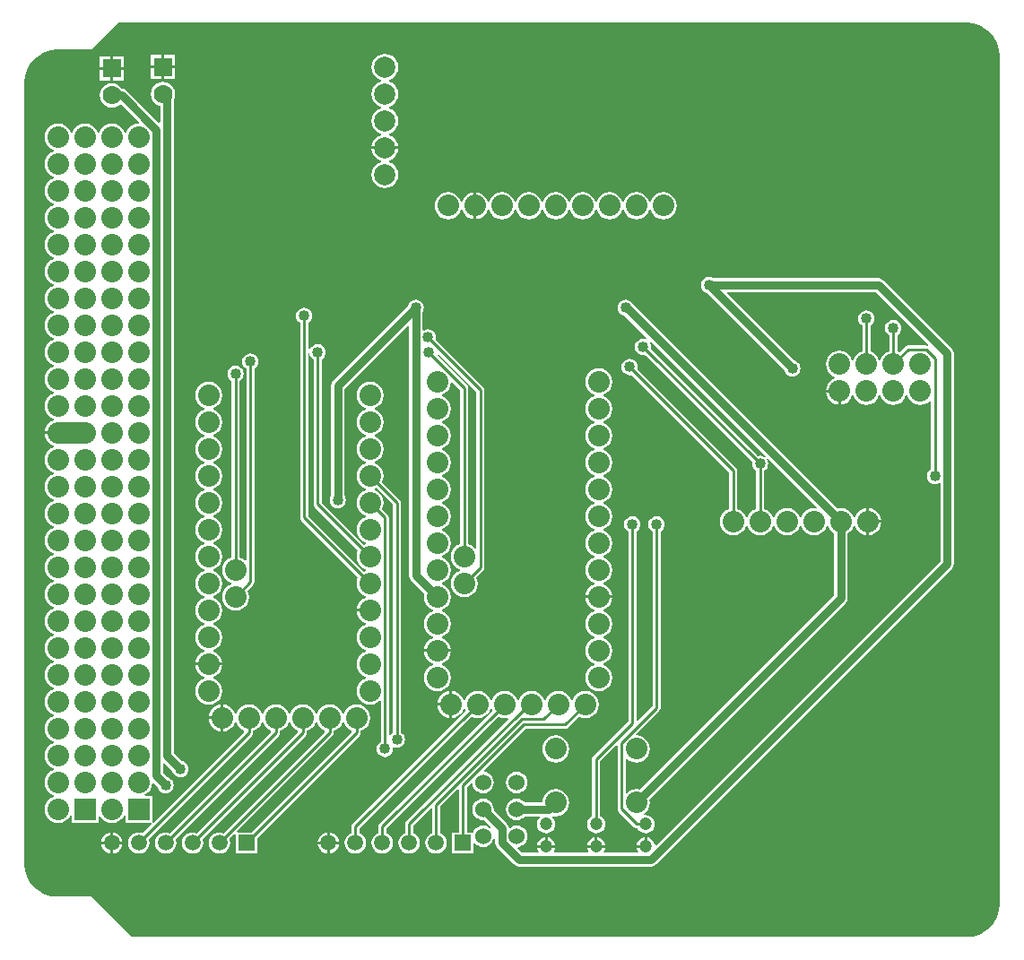
<source format=gbl>
G04 Layer_Physical_Order=2*
G04 Layer_Color=16711680*
%FSLAX25Y25*%
%MOIN*%
G70*
G01*
G75*
%ADD13C,0.01000*%
%ADD14C,0.03000*%
%ADD15C,0.08000*%
%ADD16C,0.07874*%
%ADD17C,0.05906*%
%ADD18R,0.05906X0.05906*%
%ADD19C,0.07000*%
%ADD20R,0.07000X0.07000*%
%ADD21C,0.06000*%
%ADD22C,0.04724*%
%ADD23R,0.08000X0.08000*%
%ADD24C,0.25000*%
%ADD25C,0.04000*%
%ADD26C,0.08000*%
G36*
X-17556Y347286D02*
X-15973Y346862D01*
X-14459Y346235D01*
X-13040Y345416D01*
X-11740Y344418D01*
X-10582Y343260D01*
X-9584Y341960D01*
X-8765Y340541D01*
X-8138Y339027D01*
X-7714Y337444D01*
X-7500Y335819D01*
Y335000D01*
Y20000D01*
Y19181D01*
X-7714Y17556D01*
X-8138Y15973D01*
X-8765Y14459D01*
X-9584Y13040D01*
X-10582Y11740D01*
X-11740Y10582D01*
X-13040Y9584D01*
X-14459Y8765D01*
X-15973Y8138D01*
X-17556Y7714D01*
X-19181Y7500D01*
X-330000D01*
X-345000Y22500D01*
X-358319D01*
X-359944Y22714D01*
X-361527Y23138D01*
X-363040Y23765D01*
X-364459Y24584D01*
X-365759Y25582D01*
X-366918Y26741D01*
X-367916Y28041D01*
X-368735Y29460D01*
X-369362Y30973D01*
X-369786Y32556D01*
X-370000Y34181D01*
Y35000D01*
Y325000D01*
Y325819D01*
X-369786Y327444D01*
X-369362Y329027D01*
X-368735Y330540D01*
X-367916Y331960D01*
X-366918Y333260D01*
X-365759Y334418D01*
X-364459Y335416D01*
X-363040Y336235D01*
X-361527Y336862D01*
X-359944Y337286D01*
X-358319Y337500D01*
X-345000D01*
X-335000Y347500D01*
X-19181D01*
X-17556Y347286D01*
D02*
G37*
%LPC*%
G36*
X-314000Y335500D02*
X-318000D01*
Y331500D01*
X-314000D01*
Y335500D01*
D02*
G37*
G36*
X-319000D02*
X-323000D01*
Y331500D01*
X-319000D01*
Y335500D01*
D02*
G37*
G36*
X-333000Y335000D02*
X-337000D01*
Y331000D01*
X-333000D01*
Y335000D01*
D02*
G37*
G36*
X-338000D02*
X-342000D01*
Y331000D01*
X-338000D01*
Y335000D01*
D02*
G37*
G36*
X-314000Y330500D02*
X-318000D01*
Y326500D01*
X-314000D01*
Y330500D01*
D02*
G37*
G36*
X-319000D02*
X-323000D01*
Y326500D01*
X-319000D01*
Y330500D01*
D02*
G37*
G36*
X-333000Y330000D02*
X-337000D01*
Y326000D01*
X-333000D01*
Y330000D01*
D02*
G37*
G36*
X-338000D02*
X-342000D01*
Y326000D01*
X-338000D01*
Y330000D01*
D02*
G37*
G36*
X-318500Y325539D02*
X-319675Y325384D01*
X-320769Y324931D01*
X-321709Y324209D01*
X-322431Y323269D01*
X-322884Y322175D01*
X-323039Y321000D01*
X-322884Y319825D01*
X-322431Y318731D01*
X-321709Y317791D01*
X-320769Y317069D01*
X-319675Y316616D01*
X-319549Y316599D01*
Y310499D01*
X-320011Y310308D01*
X-332005Y322302D01*
X-332832Y322855D01*
X-333780Y323043D01*
X-334291Y323709D01*
X-335231Y324431D01*
X-336325Y324884D01*
X-337500Y325039D01*
X-338675Y324884D01*
X-339769Y324431D01*
X-340709Y323709D01*
X-341431Y322769D01*
X-341884Y321675D01*
X-342039Y320500D01*
X-341884Y319325D01*
X-341431Y318231D01*
X-340709Y317290D01*
X-339769Y316569D01*
X-338675Y316116D01*
X-337500Y315961D01*
X-336325Y316116D01*
X-335231Y316569D01*
X-334291Y317290D01*
X-334208Y317296D01*
X-327410Y310497D01*
X-327644Y310024D01*
X-328805Y309871D01*
X-330022Y309367D01*
X-331066Y308566D01*
X-331868Y307522D01*
X-332229Y306648D01*
X-332771D01*
X-333133Y307522D01*
X-333934Y308566D01*
X-334978Y309367D01*
X-336195Y309871D01*
X-337500Y310043D01*
X-338805Y309871D01*
X-340022Y309367D01*
X-341066Y308566D01*
X-341867Y307522D01*
X-342229Y306648D01*
X-342771D01*
X-343132Y307522D01*
X-343934Y308566D01*
X-344978Y309367D01*
X-346195Y309871D01*
X-347500Y310043D01*
X-348805Y309871D01*
X-350022Y309367D01*
X-351066Y308566D01*
X-351868Y307522D01*
X-352229Y306648D01*
X-352771D01*
X-353133Y307522D01*
X-353934Y308566D01*
X-354978Y309367D01*
X-356195Y309871D01*
X-357500Y310043D01*
X-358805Y309871D01*
X-360022Y309367D01*
X-361066Y308566D01*
X-361867Y307522D01*
X-362371Y306305D01*
X-362543Y305000D01*
X-362371Y303695D01*
X-361867Y302478D01*
X-361066Y301434D01*
X-360022Y300633D01*
X-359148Y300271D01*
Y299729D01*
X-360022Y299367D01*
X-361066Y298566D01*
X-361867Y297522D01*
X-362371Y296305D01*
X-362543Y295000D01*
X-362371Y293695D01*
X-361867Y292478D01*
X-361066Y291434D01*
X-360022Y290633D01*
X-359148Y290271D01*
Y289729D01*
X-360022Y289368D01*
X-361066Y288566D01*
X-361867Y287522D01*
X-362371Y286305D01*
X-362543Y285000D01*
X-362371Y283695D01*
X-361867Y282478D01*
X-361066Y281434D01*
X-360022Y280632D01*
X-359148Y280271D01*
Y279729D01*
X-360022Y279367D01*
X-361066Y278566D01*
X-361867Y277522D01*
X-362371Y276305D01*
X-362543Y275000D01*
X-362371Y273695D01*
X-361867Y272478D01*
X-361066Y271434D01*
X-360022Y270633D01*
X-359148Y270271D01*
Y269729D01*
X-360022Y269368D01*
X-361066Y268566D01*
X-361867Y267522D01*
X-362371Y266305D01*
X-362543Y265000D01*
X-362371Y263695D01*
X-361867Y262478D01*
X-361066Y261434D01*
X-360022Y260632D01*
X-359148Y260271D01*
Y259729D01*
X-360022Y259367D01*
X-361066Y258566D01*
X-361867Y257522D01*
X-362371Y256305D01*
X-362543Y255000D01*
X-362371Y253695D01*
X-361867Y252478D01*
X-361066Y251434D01*
X-360022Y250633D01*
X-359148Y250271D01*
Y249729D01*
X-360022Y249367D01*
X-361066Y248566D01*
X-361867Y247522D01*
X-362371Y246305D01*
X-362543Y245000D01*
X-362371Y243695D01*
X-361867Y242478D01*
X-361066Y241434D01*
X-360022Y240633D01*
X-359148Y240271D01*
Y239729D01*
X-360022Y239368D01*
X-361066Y238566D01*
X-361867Y237522D01*
X-362371Y236305D01*
X-362543Y235000D01*
X-362371Y233695D01*
X-361867Y232478D01*
X-361066Y231434D01*
X-360022Y230632D01*
X-359148Y230271D01*
Y229729D01*
X-360022Y229367D01*
X-361066Y228566D01*
X-361867Y227522D01*
X-362371Y226305D01*
X-362543Y225000D01*
X-362371Y223695D01*
X-361867Y222478D01*
X-361066Y221434D01*
X-360022Y220633D01*
X-359148Y220271D01*
Y219729D01*
X-360022Y219368D01*
X-361066Y218566D01*
X-361867Y217522D01*
X-362371Y216305D01*
X-362543Y215000D01*
X-362371Y213695D01*
X-361867Y212478D01*
X-361066Y211434D01*
X-360022Y210632D01*
X-359148Y210271D01*
Y209729D01*
X-360022Y209367D01*
X-361066Y208566D01*
X-361867Y207522D01*
X-362371Y206305D01*
X-362543Y205000D01*
X-362371Y203695D01*
X-361867Y202478D01*
X-361066Y201434D01*
X-360022Y200633D01*
X-359148Y200271D01*
Y199729D01*
X-360022Y199367D01*
X-361066Y198566D01*
X-361867Y197522D01*
X-362371Y196305D01*
X-362477Y195500D01*
X-357500D01*
Y194500D01*
X-362477D01*
X-362371Y193695D01*
X-361867Y192478D01*
X-361066Y191434D01*
X-360022Y190632D01*
X-359148Y190271D01*
Y189729D01*
X-360022Y189367D01*
X-361066Y188566D01*
X-361867Y187522D01*
X-362371Y186305D01*
X-362543Y185000D01*
X-362371Y183695D01*
X-361867Y182478D01*
X-361066Y181434D01*
X-360022Y180632D01*
X-359148Y180271D01*
Y179729D01*
X-360022Y179367D01*
X-361066Y178566D01*
X-361867Y177522D01*
X-362371Y176305D01*
X-362543Y175000D01*
X-362371Y173695D01*
X-361867Y172478D01*
X-361066Y171434D01*
X-360022Y170633D01*
X-359148Y170271D01*
Y169729D01*
X-360022Y169368D01*
X-361066Y168566D01*
X-361867Y167522D01*
X-362371Y166305D01*
X-362543Y165000D01*
X-362371Y163695D01*
X-361867Y162478D01*
X-361066Y161434D01*
X-360022Y160633D01*
X-359148Y160271D01*
Y159729D01*
X-360022Y159368D01*
X-361066Y158566D01*
X-361867Y157522D01*
X-362371Y156305D01*
X-362543Y155000D01*
X-362371Y153695D01*
X-361867Y152478D01*
X-361066Y151434D01*
X-360022Y150633D01*
X-359148Y150271D01*
Y149729D01*
X-360022Y149367D01*
X-361066Y148566D01*
X-361867Y147522D01*
X-362371Y146305D01*
X-362543Y145000D01*
X-362371Y143695D01*
X-361867Y142478D01*
X-361066Y141434D01*
X-360022Y140632D01*
X-359148Y140271D01*
Y139729D01*
X-360022Y139367D01*
X-361066Y138566D01*
X-361867Y137522D01*
X-362371Y136305D01*
X-362543Y135000D01*
X-362371Y133695D01*
X-361867Y132478D01*
X-361066Y131434D01*
X-360022Y130632D01*
X-359148Y130271D01*
Y129729D01*
X-360022Y129367D01*
X-361066Y128566D01*
X-361867Y127522D01*
X-362371Y126305D01*
X-362543Y125000D01*
X-362371Y123695D01*
X-361867Y122478D01*
X-361066Y121434D01*
X-360022Y120633D01*
X-359148Y120271D01*
Y119729D01*
X-360022Y119368D01*
X-361066Y118566D01*
X-361867Y117522D01*
X-362371Y116305D01*
X-362543Y115000D01*
X-362371Y113695D01*
X-361867Y112478D01*
X-361066Y111434D01*
X-360022Y110633D01*
X-359148Y110271D01*
Y109729D01*
X-360022Y109368D01*
X-361066Y108566D01*
X-361867Y107522D01*
X-362371Y106305D01*
X-362543Y105000D01*
X-362371Y103695D01*
X-361867Y102478D01*
X-361066Y101434D01*
X-360022Y100633D01*
X-359148Y100271D01*
Y99729D01*
X-360022Y99367D01*
X-361066Y98566D01*
X-361867Y97522D01*
X-362371Y96305D01*
X-362543Y95000D01*
X-362371Y93695D01*
X-361867Y92478D01*
X-361066Y91434D01*
X-360022Y90632D01*
X-359148Y90271D01*
Y89729D01*
X-360022Y89368D01*
X-361066Y88566D01*
X-361867Y87522D01*
X-362371Y86305D01*
X-362543Y85000D01*
X-362371Y83695D01*
X-361867Y82478D01*
X-361066Y81434D01*
X-360022Y80633D01*
X-359148Y80271D01*
Y79729D01*
X-360022Y79368D01*
X-361066Y78566D01*
X-361867Y77522D01*
X-362371Y76305D01*
X-362543Y75000D01*
X-362371Y73695D01*
X-361867Y72478D01*
X-361066Y71434D01*
X-360022Y70632D01*
X-359148Y70271D01*
Y69729D01*
X-360022Y69367D01*
X-361066Y68566D01*
X-361867Y67522D01*
X-362371Y66305D01*
X-362543Y65000D01*
X-362371Y63695D01*
X-361867Y62478D01*
X-361066Y61434D01*
X-360022Y60632D01*
X-359148Y60271D01*
Y59729D01*
X-360022Y59368D01*
X-361066Y58566D01*
X-361867Y57522D01*
X-362371Y56305D01*
X-362543Y55000D01*
X-362371Y53695D01*
X-361867Y52478D01*
X-361066Y51434D01*
X-360022Y50633D01*
X-358805Y50129D01*
X-357500Y49957D01*
X-356195Y50129D01*
X-354978Y50633D01*
X-353934Y51434D01*
X-353133Y52478D01*
X-353000Y52798D01*
X-352500Y52699D01*
Y50000D01*
X-342500D01*
Y52699D01*
X-342000Y52798D01*
X-341867Y52478D01*
X-341066Y51434D01*
X-340022Y50633D01*
X-338805Y50129D01*
X-337500Y49957D01*
X-336195Y50129D01*
X-334978Y50633D01*
X-333934Y51434D01*
X-333133Y52478D01*
X-333000Y52798D01*
X-332500Y52699D01*
Y50000D01*
X-322870D01*
X-322663Y49500D01*
X-326004Y46159D01*
X-326468Y46351D01*
X-327500Y46487D01*
X-328532Y46351D01*
X-329493Y45953D01*
X-330319Y45319D01*
X-330953Y44493D01*
X-331351Y43532D01*
X-331487Y42500D01*
X-331351Y41468D01*
X-330953Y40507D01*
X-330319Y39681D01*
X-329493Y39047D01*
X-328532Y38649D01*
X-327500Y38513D01*
X-326468Y38649D01*
X-325507Y39047D01*
X-324681Y39681D01*
X-324047Y40507D01*
X-323649Y41468D01*
X-323513Y42500D01*
X-323649Y43532D01*
X-323841Y43996D01*
X-285419Y82419D01*
X-285087Y82915D01*
X-284971Y83500D01*
Y84222D01*
X-283978Y84632D01*
X-282934Y85434D01*
X-282133Y86478D01*
X-281771Y87352D01*
X-281229D01*
X-280868Y86478D01*
X-280066Y85434D01*
X-279022Y84632D01*
X-278467Y84403D01*
X-278350Y83813D01*
X-316004Y46159D01*
X-316468Y46351D01*
X-317500Y46487D01*
X-318532Y46351D01*
X-319493Y45953D01*
X-320319Y45319D01*
X-320953Y44493D01*
X-321351Y43532D01*
X-321487Y42500D01*
X-321351Y41468D01*
X-320953Y40507D01*
X-320319Y39681D01*
X-319493Y39047D01*
X-318532Y38649D01*
X-317500Y38513D01*
X-316468Y38649D01*
X-315507Y39047D01*
X-314681Y39681D01*
X-314047Y40507D01*
X-313649Y41468D01*
X-313513Y42500D01*
X-313649Y43532D01*
X-313841Y43996D01*
X-275419Y82419D01*
X-275087Y82915D01*
X-274971Y83500D01*
Y84222D01*
X-273978Y84632D01*
X-272934Y85434D01*
X-272132Y86478D01*
X-271771Y87352D01*
X-271229D01*
X-270867Y86478D01*
X-270066Y85434D01*
X-269022Y84632D01*
X-268467Y84403D01*
X-268350Y83813D01*
X-306004Y46159D01*
X-306468Y46351D01*
X-307500Y46487D01*
X-308532Y46351D01*
X-309493Y45953D01*
X-310319Y45319D01*
X-310953Y44493D01*
X-311351Y43532D01*
X-311487Y42500D01*
X-311351Y41468D01*
X-310953Y40507D01*
X-310319Y39681D01*
X-309493Y39047D01*
X-308532Y38649D01*
X-307500Y38513D01*
X-306468Y38649D01*
X-305507Y39047D01*
X-304681Y39681D01*
X-304047Y40507D01*
X-303649Y41468D01*
X-303513Y42500D01*
X-303649Y43532D01*
X-303841Y43996D01*
X-265419Y82419D01*
X-265087Y82915D01*
X-264971Y83500D01*
Y84222D01*
X-263978Y84632D01*
X-262934Y85434D01*
X-262133Y86478D01*
X-261771Y87352D01*
X-261229D01*
X-260868Y86478D01*
X-260066Y85434D01*
X-259022Y84632D01*
X-258467Y84403D01*
X-258350Y83813D01*
X-296004Y46159D01*
X-296468Y46351D01*
X-297500Y46487D01*
X-298532Y46351D01*
X-299493Y45953D01*
X-300319Y45319D01*
X-300953Y44493D01*
X-301351Y43532D01*
X-301487Y42500D01*
X-301351Y41468D01*
X-300953Y40507D01*
X-300319Y39681D01*
X-299493Y39047D01*
X-298532Y38649D01*
X-297500Y38513D01*
X-296468Y38649D01*
X-295507Y39047D01*
X-294681Y39681D01*
X-294047Y40507D01*
X-293649Y41468D01*
X-293513Y42500D01*
X-293649Y43532D01*
X-293841Y43996D01*
X-291915Y45922D01*
X-291453Y45731D01*
Y38547D01*
X-283547D01*
Y44290D01*
X-245419Y82419D01*
X-245087Y82915D01*
X-244971Y83500D01*
Y84222D01*
X-243978Y84632D01*
X-242934Y85434D01*
X-242132Y86478D01*
X-241629Y87695D01*
X-241457Y89000D01*
X-241629Y90305D01*
X-242132Y91522D01*
X-242934Y92566D01*
X-243978Y93367D01*
X-245195Y93871D01*
X-246500Y94043D01*
X-247805Y93871D01*
X-249022Y93367D01*
X-250066Y92566D01*
X-250868Y91522D01*
X-251229Y90648D01*
X-251771D01*
X-252133Y91522D01*
X-252934Y92566D01*
X-253978Y93367D01*
X-255195Y93871D01*
X-256500Y94043D01*
X-257805Y93871D01*
X-259022Y93367D01*
X-260066Y92566D01*
X-260868Y91522D01*
X-261229Y90648D01*
X-261771D01*
X-262133Y91522D01*
X-262934Y92566D01*
X-263978Y93367D01*
X-265195Y93871D01*
X-266500Y94043D01*
X-267805Y93871D01*
X-269022Y93367D01*
X-270066Y92566D01*
X-270867Y91522D01*
X-271229Y90648D01*
X-271771D01*
X-272132Y91522D01*
X-272934Y92566D01*
X-273978Y93367D01*
X-275195Y93871D01*
X-276500Y94043D01*
X-277805Y93871D01*
X-279022Y93367D01*
X-280066Y92566D01*
X-280868Y91522D01*
X-281229Y90648D01*
X-281771D01*
X-282133Y91522D01*
X-282934Y92566D01*
X-283978Y93367D01*
X-285195Y93871D01*
X-286500Y94043D01*
X-287805Y93871D01*
X-289022Y93367D01*
X-290066Y92566D01*
X-290867Y91522D01*
X-291229Y90648D01*
X-291771D01*
X-292132Y91522D01*
X-292934Y92566D01*
X-293978Y93367D01*
X-295195Y93871D01*
X-296000Y93977D01*
Y89000D01*
Y84023D01*
X-295195Y84129D01*
X-293978Y84632D01*
X-292934Y85434D01*
X-292132Y86478D01*
X-291771Y87352D01*
X-291229D01*
X-290867Y86478D01*
X-290066Y85434D01*
X-289022Y84632D01*
X-288467Y84403D01*
X-288350Y83813D01*
X-322000Y50163D01*
X-322500Y50370D01*
Y60000D01*
X-325199D01*
X-325298Y60500D01*
X-324978Y60632D01*
X-323934Y61434D01*
X-323132Y62478D01*
X-322629Y63695D01*
X-322498Y64686D01*
X-321970Y64865D01*
X-320438Y63333D01*
X-320423Y63217D01*
X-320121Y62487D01*
X-319640Y61860D01*
X-319013Y61379D01*
X-318283Y61077D01*
X-317500Y60974D01*
X-316717Y61077D01*
X-315987Y61379D01*
X-315360Y61860D01*
X-314879Y62487D01*
X-314577Y63217D01*
X-314474Y64000D01*
X-314577Y64783D01*
X-314879Y65513D01*
X-315360Y66140D01*
X-315987Y66620D01*
X-316717Y66923D01*
X-316833Y66938D01*
X-318451Y68556D01*
Y72193D01*
X-317989Y72384D01*
X-314938Y69333D01*
X-314923Y69217D01*
X-314620Y68487D01*
X-314140Y67860D01*
X-313513Y67379D01*
X-312783Y67077D01*
X-312000Y66974D01*
X-311217Y67077D01*
X-310487Y67379D01*
X-309860Y67860D01*
X-309380Y68487D01*
X-309077Y69217D01*
X-308974Y70000D01*
X-309077Y70783D01*
X-309380Y71513D01*
X-309860Y72140D01*
X-310487Y72620D01*
X-311217Y72923D01*
X-311333Y72938D01*
X-314451Y76056D01*
Y319016D01*
X-314116Y319825D01*
X-313961Y321000D01*
X-314116Y322175D01*
X-314569Y323269D01*
X-315290Y324209D01*
X-316231Y324931D01*
X-317325Y325384D01*
X-318500Y325539D01*
D02*
G37*
G36*
X-236000Y335980D02*
X-237289Y335810D01*
X-238490Y335313D01*
X-239521Y334521D01*
X-240313Y333490D01*
X-240810Y332289D01*
X-240980Y331000D01*
X-240810Y329711D01*
X-240313Y328510D01*
X-239521Y327479D01*
X-238490Y326688D01*
X-237483Y326271D01*
Y325729D01*
X-238490Y325312D01*
X-239521Y324521D01*
X-240313Y323490D01*
X-240810Y322289D01*
X-240980Y321000D01*
X-240810Y319711D01*
X-240313Y318510D01*
X-239521Y317479D01*
X-238490Y316687D01*
X-237483Y316271D01*
Y315729D01*
X-238490Y315313D01*
X-239521Y314521D01*
X-240313Y313490D01*
X-240810Y312289D01*
X-240980Y311000D01*
X-240810Y309711D01*
X-240313Y308510D01*
X-239521Y307479D01*
X-238490Y306687D01*
X-237483Y306271D01*
Y305729D01*
X-238490Y305312D01*
X-239521Y304521D01*
X-240313Y303490D01*
X-240810Y302289D01*
X-240914Y301500D01*
X-236000D01*
X-231086D01*
X-231190Y302289D01*
X-231687Y303490D01*
X-232479Y304521D01*
X-233510Y305312D01*
X-234517Y305729D01*
Y306271D01*
X-233510Y306687D01*
X-232479Y307479D01*
X-231687Y308510D01*
X-231190Y309711D01*
X-231020Y311000D01*
X-231190Y312289D01*
X-231687Y313490D01*
X-232479Y314521D01*
X-233510Y315313D01*
X-234517Y315729D01*
Y316271D01*
X-233510Y316687D01*
X-232479Y317479D01*
X-231687Y318510D01*
X-231190Y319711D01*
X-231020Y321000D01*
X-231190Y322289D01*
X-231687Y323490D01*
X-232479Y324521D01*
X-233510Y325312D01*
X-234517Y325729D01*
Y326271D01*
X-233510Y326688D01*
X-232479Y327479D01*
X-231687Y328510D01*
X-231190Y329711D01*
X-231020Y331000D01*
X-231190Y332289D01*
X-231687Y333490D01*
X-232479Y334521D01*
X-233510Y335313D01*
X-234711Y335810D01*
X-236000Y335980D01*
D02*
G37*
G36*
X-231086Y300500D02*
X-236000D01*
X-240914D01*
X-240810Y299711D01*
X-240313Y298510D01*
X-239521Y297479D01*
X-238490Y296688D01*
X-237483Y296271D01*
Y295729D01*
X-238490Y295312D01*
X-239521Y294521D01*
X-240313Y293490D01*
X-240810Y292289D01*
X-240980Y291000D01*
X-240810Y289711D01*
X-240313Y288510D01*
X-239521Y287479D01*
X-238490Y286687D01*
X-237289Y286190D01*
X-236000Y286020D01*
X-234711Y286190D01*
X-233510Y286687D01*
X-232479Y287479D01*
X-231687Y288510D01*
X-231190Y289711D01*
X-231020Y291000D01*
X-231190Y292289D01*
X-231687Y293490D01*
X-232479Y294521D01*
X-233510Y295312D01*
X-234517Y295729D01*
Y296271D01*
X-233510Y296688D01*
X-232479Y297479D01*
X-231687Y298510D01*
X-231190Y299711D01*
X-231086Y300500D01*
D02*
G37*
G36*
X-132500Y284543D02*
X-133805Y284371D01*
X-135022Y283868D01*
X-136066Y283066D01*
X-136867Y282022D01*
X-137229Y281148D01*
X-137771D01*
X-138133Y282022D01*
X-138934Y283066D01*
X-139978Y283868D01*
X-141195Y284371D01*
X-142500Y284543D01*
X-143805Y284371D01*
X-145022Y283868D01*
X-146066Y283066D01*
X-146868Y282022D01*
X-147229Y281148D01*
X-147771D01*
X-148133Y282022D01*
X-148934Y283066D01*
X-149978Y283868D01*
X-151195Y284371D01*
X-152500Y284543D01*
X-153805Y284371D01*
X-155022Y283868D01*
X-156066Y283066D01*
X-156868Y282022D01*
X-157229Y281148D01*
X-157771D01*
X-158133Y282022D01*
X-158934Y283066D01*
X-159978Y283868D01*
X-161195Y284371D01*
X-162500Y284543D01*
X-163805Y284371D01*
X-165022Y283868D01*
X-166066Y283066D01*
X-166867Y282022D01*
X-167229Y281148D01*
X-167771D01*
X-168132Y282022D01*
X-168934Y283066D01*
X-169978Y283868D01*
X-171195Y284371D01*
X-172500Y284543D01*
X-173805Y284371D01*
X-175022Y283868D01*
X-176066Y283066D01*
X-176867Y282022D01*
X-177229Y281148D01*
X-177771D01*
X-178132Y282022D01*
X-178934Y283066D01*
X-179978Y283868D01*
X-181195Y284371D01*
X-182500Y284543D01*
X-183805Y284371D01*
X-185022Y283868D01*
X-186066Y283066D01*
X-186867Y282022D01*
X-187229Y281148D01*
X-187771D01*
X-188133Y282022D01*
X-188934Y283066D01*
X-189978Y283868D01*
X-191195Y284371D01*
X-192500Y284543D01*
X-193805Y284371D01*
X-195022Y283868D01*
X-196066Y283066D01*
X-196868Y282022D01*
X-197229Y281148D01*
X-197771D01*
X-198133Y282022D01*
X-198934Y283066D01*
X-199978Y283868D01*
X-201195Y284371D01*
X-202000Y284477D01*
Y279500D01*
Y274523D01*
X-201195Y274629D01*
X-199978Y275132D01*
X-198934Y275934D01*
X-198133Y276978D01*
X-197771Y277852D01*
X-197229D01*
X-196868Y276978D01*
X-196066Y275934D01*
X-195022Y275132D01*
X-193805Y274629D01*
X-192500Y274457D01*
X-191195Y274629D01*
X-189978Y275132D01*
X-188934Y275934D01*
X-188133Y276978D01*
X-187771Y277852D01*
X-187229D01*
X-186867Y276978D01*
X-186066Y275934D01*
X-185022Y275132D01*
X-183805Y274629D01*
X-182500Y274457D01*
X-181195Y274629D01*
X-179978Y275132D01*
X-178934Y275934D01*
X-178132Y276978D01*
X-177771Y277852D01*
X-177229D01*
X-176867Y276978D01*
X-176066Y275934D01*
X-175022Y275132D01*
X-173805Y274629D01*
X-172500Y274457D01*
X-171195Y274629D01*
X-169978Y275132D01*
X-168934Y275934D01*
X-168132Y276978D01*
X-167771Y277852D01*
X-167229D01*
X-166867Y276978D01*
X-166066Y275934D01*
X-165022Y275132D01*
X-163805Y274629D01*
X-162500Y274457D01*
X-161195Y274629D01*
X-159978Y275132D01*
X-158934Y275934D01*
X-158133Y276978D01*
X-157771Y277852D01*
X-157229D01*
X-156868Y276978D01*
X-156066Y275934D01*
X-155022Y275132D01*
X-153805Y274629D01*
X-152500Y274457D01*
X-151195Y274629D01*
X-149978Y275132D01*
X-148934Y275934D01*
X-148133Y276978D01*
X-147771Y277852D01*
X-147229D01*
X-146868Y276978D01*
X-146066Y275934D01*
X-145022Y275132D01*
X-143805Y274629D01*
X-142500Y274457D01*
X-141195Y274629D01*
X-139978Y275132D01*
X-138934Y275934D01*
X-138133Y276978D01*
X-137771Y277852D01*
X-137229D01*
X-136867Y276978D01*
X-136066Y275934D01*
X-135022Y275132D01*
X-133805Y274629D01*
X-132500Y274457D01*
X-131195Y274629D01*
X-129978Y275132D01*
X-128934Y275934D01*
X-128132Y276978D01*
X-127629Y278195D01*
X-127457Y279500D01*
X-127629Y280805D01*
X-128132Y282022D01*
X-128934Y283066D01*
X-129978Y283868D01*
X-131195Y284371D01*
X-132500Y284543D01*
D02*
G37*
G36*
X-212500D02*
X-213805Y284371D01*
X-215022Y283868D01*
X-216066Y283066D01*
X-216867Y282022D01*
X-217371Y280805D01*
X-217543Y279500D01*
X-217371Y278195D01*
X-216867Y276978D01*
X-216066Y275934D01*
X-215022Y275132D01*
X-213805Y274629D01*
X-212500Y274457D01*
X-211195Y274629D01*
X-209978Y275132D01*
X-208934Y275934D01*
X-208133Y276978D01*
X-207771Y277852D01*
X-207229D01*
X-206868Y276978D01*
X-206066Y275934D01*
X-205022Y275132D01*
X-203805Y274629D01*
X-203000Y274523D01*
Y279500D01*
Y284477D01*
X-203805Y284371D01*
X-205022Y283868D01*
X-206066Y283066D01*
X-206868Y282022D01*
X-207229Y281148D01*
X-207771D01*
X-208133Y282022D01*
X-208934Y283066D01*
X-209978Y283868D01*
X-211195Y284371D01*
X-212500Y284543D01*
D02*
G37*
G36*
X-146500Y244526D02*
X-147283Y244423D01*
X-148013Y244121D01*
X-148640Y243640D01*
X-149120Y243013D01*
X-149423Y242283D01*
X-149526Y241500D01*
X-149423Y240717D01*
X-149120Y239987D01*
X-148640Y239360D01*
X-148013Y238879D01*
X-147283Y238577D01*
X-146591Y238486D01*
X-137922Y229817D01*
X-138252Y229440D01*
X-138487Y229621D01*
X-139217Y229923D01*
X-140000Y230026D01*
X-140783Y229923D01*
X-141513Y229621D01*
X-142140Y229140D01*
X-142621Y228513D01*
X-142923Y227783D01*
X-143026Y227000D01*
X-142923Y226217D01*
X-142621Y225487D01*
X-142140Y224860D01*
X-141513Y224379D01*
X-140783Y224077D01*
X-140000Y223974D01*
X-139237Y224075D01*
X-99426Y184263D01*
X-99526Y183500D01*
X-99423Y182717D01*
X-99120Y181987D01*
X-98640Y181360D01*
X-98029Y180892D01*
Y166779D01*
X-99022Y166367D01*
X-100066Y165566D01*
X-100867Y164522D01*
X-101229Y163648D01*
X-101771D01*
X-102132Y164522D01*
X-102934Y165566D01*
X-103978Y166367D01*
X-104971Y166779D01*
Y181000D01*
X-105087Y181585D01*
X-105419Y182081D01*
X-142075Y218737D01*
X-141974Y219500D01*
X-142077Y220283D01*
X-142379Y221013D01*
X-142860Y221640D01*
X-143487Y222120D01*
X-144217Y222423D01*
X-145000Y222526D01*
X-145783Y222423D01*
X-146513Y222120D01*
X-147140Y221640D01*
X-147620Y221013D01*
X-147923Y220283D01*
X-148026Y219500D01*
X-147923Y218717D01*
X-147620Y217987D01*
X-147140Y217360D01*
X-146513Y216880D01*
X-145783Y216577D01*
X-145000Y216474D01*
X-144237Y216575D01*
X-108029Y180367D01*
Y166779D01*
X-109022Y166367D01*
X-110066Y165566D01*
X-110868Y164522D01*
X-111371Y163305D01*
X-111543Y162000D01*
X-111371Y160695D01*
X-110868Y159478D01*
X-110066Y158434D01*
X-109022Y157633D01*
X-107805Y157129D01*
X-106500Y156957D01*
X-105195Y157129D01*
X-103978Y157633D01*
X-102934Y158434D01*
X-102132Y159478D01*
X-101771Y160352D01*
X-101229D01*
X-100867Y159478D01*
X-100066Y158434D01*
X-99022Y157633D01*
X-97805Y157129D01*
X-96500Y156957D01*
X-95195Y157129D01*
X-93978Y157633D01*
X-92934Y158434D01*
X-92133Y159478D01*
X-91771Y160352D01*
X-91229D01*
X-90868Y159478D01*
X-90066Y158434D01*
X-89022Y157633D01*
X-87805Y157129D01*
X-86500Y156957D01*
X-85195Y157129D01*
X-83978Y157633D01*
X-82934Y158434D01*
X-82133Y159478D01*
X-81771Y160352D01*
X-81229D01*
X-80867Y159478D01*
X-80066Y158434D01*
X-79022Y157633D01*
X-77805Y157129D01*
X-76500Y156957D01*
X-75195Y157129D01*
X-73978Y157633D01*
X-72934Y158434D01*
X-72132Y159478D01*
X-71771Y160352D01*
X-71229D01*
X-70868Y159478D01*
X-70066Y158434D01*
X-69049Y157653D01*
Y134556D01*
X-141229Y62376D01*
X-142500Y62543D01*
X-143805Y62371D01*
X-145022Y61867D01*
X-145971Y61139D01*
X-146471Y61289D01*
Y73711D01*
X-145971Y73861D01*
X-145022Y73132D01*
X-143805Y72629D01*
X-142500Y72457D01*
X-141195Y72629D01*
X-139978Y73132D01*
X-138934Y73934D01*
X-138133Y74978D01*
X-137629Y76195D01*
X-137457Y77500D01*
X-137629Y78805D01*
X-138133Y80022D01*
X-138934Y81066D01*
X-139978Y81867D01*
X-141195Y82371D01*
X-142381Y82527D01*
X-142628Y82987D01*
X-133919Y91697D01*
X-133587Y92193D01*
X-133471Y92778D01*
Y158392D01*
X-132860Y158860D01*
X-132379Y159487D01*
X-132077Y160217D01*
X-131974Y161000D01*
X-132077Y161783D01*
X-132379Y162513D01*
X-132860Y163140D01*
X-133487Y163620D01*
X-134217Y163923D01*
X-135000Y164026D01*
X-135783Y163923D01*
X-136513Y163620D01*
X-137140Y163140D01*
X-137620Y162513D01*
X-137923Y161783D01*
X-138026Y161000D01*
X-137923Y160217D01*
X-137620Y159487D01*
X-137140Y158860D01*
X-136529Y158392D01*
Y93412D01*
X-142009Y87932D01*
X-142471Y88124D01*
Y158392D01*
X-141860Y158860D01*
X-141379Y159487D01*
X-141077Y160217D01*
X-140974Y161000D01*
X-141077Y161783D01*
X-141379Y162513D01*
X-141860Y163140D01*
X-142487Y163620D01*
X-143217Y163923D01*
X-144000Y164026D01*
X-144783Y163923D01*
X-145513Y163620D01*
X-146140Y163140D01*
X-146621Y162513D01*
X-146923Y161783D01*
X-147026Y161000D01*
X-146923Y160217D01*
X-146621Y159487D01*
X-146140Y158860D01*
X-145529Y158392D01*
Y87634D01*
X-158581Y74581D01*
X-158913Y74085D01*
X-159029Y73500D01*
Y52506D01*
X-159196Y52437D01*
X-159898Y51898D01*
X-160437Y51196D01*
X-160776Y50378D01*
X-160891Y49500D01*
X-160776Y48622D01*
X-160437Y47804D01*
X-159898Y47102D01*
X-159196Y46563D01*
X-158378Y46224D01*
X-157500Y46109D01*
X-156622Y46224D01*
X-155804Y46563D01*
X-155102Y47102D01*
X-154563Y47804D01*
X-154224Y48622D01*
X-154109Y49500D01*
X-154224Y50378D01*
X-154563Y51196D01*
X-155102Y51898D01*
X-155804Y52437D01*
X-155971Y52506D01*
Y72866D01*
X-149991Y78846D01*
X-149529Y78654D01*
Y55222D01*
X-149413Y54637D01*
X-149081Y54140D01*
X-143360Y48419D01*
X-142863Y48087D01*
X-142278Y47971D01*
X-142006D01*
X-141937Y47804D01*
X-141398Y47102D01*
X-140696Y46563D01*
X-139878Y46224D01*
X-139000Y46109D01*
X-138122Y46224D01*
X-137304Y46563D01*
X-136602Y47102D01*
X-136063Y47804D01*
X-135724Y48622D01*
X-135609Y49500D01*
X-135724Y50378D01*
X-136063Y51196D01*
X-136602Y51898D01*
X-137304Y52437D01*
X-138122Y52776D01*
X-139000Y52891D01*
X-139569Y52816D01*
X-139767Y53294D01*
X-138934Y53934D01*
X-138133Y54978D01*
X-137629Y56195D01*
X-137457Y57500D01*
X-137624Y58771D01*
X-64698Y131698D01*
X-64145Y132525D01*
X-63951Y133500D01*
Y157653D01*
X-62934Y158434D01*
X-62133Y159478D01*
X-61771Y160352D01*
X-61229D01*
X-60868Y159478D01*
X-60066Y158434D01*
X-59022Y157633D01*
X-57805Y157129D01*
X-57000Y157023D01*
Y162000D01*
Y166977D01*
X-57805Y166871D01*
X-59022Y166367D01*
X-60066Y165566D01*
X-60868Y164522D01*
X-61229Y163648D01*
X-61771D01*
X-62133Y164522D01*
X-62934Y165566D01*
X-63978Y166367D01*
X-65195Y166871D01*
X-66500Y167043D01*
X-67771Y166876D01*
X-143859Y242964D01*
X-143879Y243013D01*
X-144360Y243640D01*
X-144987Y244121D01*
X-145717Y244423D01*
X-146500Y244526D01*
D02*
G37*
G36*
X-115500Y253026D02*
X-116283Y252923D01*
X-117013Y252621D01*
X-117640Y252140D01*
X-118121Y251513D01*
X-118423Y250783D01*
X-118526Y250000D01*
X-118423Y249217D01*
X-118121Y248487D01*
X-117640Y247860D01*
X-117013Y247379D01*
X-116283Y247077D01*
X-116167Y247062D01*
X-87438Y218333D01*
X-87423Y218217D01*
X-87120Y217487D01*
X-86640Y216860D01*
X-86013Y216379D01*
X-85283Y216077D01*
X-84500Y215974D01*
X-83717Y216077D01*
X-82987Y216379D01*
X-82360Y216860D01*
X-81880Y217487D01*
X-81577Y218217D01*
X-81474Y219000D01*
X-81577Y219783D01*
X-81880Y220513D01*
X-82360Y221140D01*
X-82987Y221620D01*
X-83717Y221923D01*
X-83833Y221938D01*
X-108884Y246989D01*
X-108693Y247451D01*
X-53556D01*
X-47802Y241698D01*
X-33952Y227847D01*
X-33966Y227814D01*
X-34247Y227435D01*
X-34722Y227529D01*
X-41500D01*
X-42085Y227413D01*
X-42581Y227081D01*
X-44703Y224960D01*
X-45471Y225278D01*
Y231392D01*
X-44860Y231860D01*
X-44379Y232487D01*
X-44077Y233217D01*
X-43974Y234000D01*
X-44077Y234783D01*
X-44379Y235513D01*
X-44860Y236140D01*
X-45487Y236620D01*
X-46217Y236923D01*
X-47000Y237026D01*
X-47783Y236923D01*
X-48513Y236620D01*
X-49140Y236140D01*
X-49621Y235513D01*
X-49923Y234783D01*
X-50026Y234000D01*
X-49923Y233217D01*
X-49621Y232487D01*
X-49140Y231860D01*
X-48529Y231392D01*
Y225278D01*
X-49522Y224868D01*
X-50566Y224066D01*
X-51367Y223022D01*
X-51729Y222148D01*
X-52271D01*
X-52632Y223022D01*
X-53434Y224066D01*
X-54478Y224868D01*
X-55471Y225278D01*
Y234892D01*
X-54860Y235360D01*
X-54379Y235987D01*
X-54077Y236717D01*
X-53974Y237500D01*
X-54077Y238283D01*
X-54379Y239013D01*
X-54860Y239640D01*
X-55487Y240121D01*
X-56217Y240423D01*
X-57000Y240526D01*
X-57783Y240423D01*
X-58513Y240121D01*
X-59140Y239640D01*
X-59620Y239013D01*
X-59923Y238283D01*
X-60026Y237500D01*
X-59923Y236717D01*
X-59620Y235987D01*
X-59140Y235360D01*
X-58529Y234892D01*
Y225278D01*
X-59522Y224868D01*
X-60566Y224066D01*
X-61367Y223022D01*
X-61729Y222148D01*
X-62271D01*
X-62633Y223022D01*
X-63434Y224066D01*
X-64478Y224868D01*
X-65695Y225371D01*
X-67000Y225543D01*
X-68305Y225371D01*
X-69522Y224868D01*
X-70566Y224066D01*
X-71368Y223022D01*
X-71871Y221805D01*
X-72043Y220500D01*
X-71871Y219195D01*
X-71368Y217978D01*
X-70566Y216934D01*
X-69522Y216132D01*
X-68648Y215771D01*
Y215229D01*
X-69522Y214867D01*
X-70566Y214066D01*
X-71368Y213022D01*
X-71871Y211805D01*
X-71977Y211000D01*
X-67000D01*
Y210500D01*
X-66500D01*
Y205523D01*
X-65695Y205629D01*
X-64478Y206133D01*
X-63434Y206934D01*
X-62633Y207978D01*
X-62271Y208852D01*
X-61729D01*
X-61367Y207978D01*
X-60566Y206934D01*
X-59522Y206133D01*
X-58305Y205629D01*
X-57000Y205457D01*
X-55695Y205629D01*
X-54478Y206133D01*
X-53434Y206934D01*
X-52632Y207978D01*
X-52271Y208852D01*
X-51729D01*
X-51367Y207978D01*
X-50566Y206934D01*
X-49522Y206133D01*
X-48305Y205629D01*
X-47000Y205457D01*
X-45695Y205629D01*
X-44478Y206133D01*
X-43434Y206934D01*
X-42632Y207978D01*
X-42271Y208852D01*
X-41729D01*
X-41368Y207978D01*
X-40566Y206934D01*
X-39522Y206133D01*
X-38305Y205629D01*
X-37000Y205457D01*
X-35695Y205629D01*
X-34478Y206133D01*
X-33529Y206861D01*
X-33029Y206711D01*
Y181608D01*
X-33640Y181140D01*
X-34121Y180513D01*
X-34423Y179783D01*
X-34526Y179000D01*
X-34423Y178217D01*
X-34121Y177487D01*
X-33640Y176860D01*
X-33013Y176380D01*
X-32283Y176077D01*
X-31500Y175974D01*
X-30717Y176077D01*
X-30049Y176354D01*
X-29556Y176167D01*
X-29549Y176163D01*
Y147412D01*
X-135223Y41738D01*
X-135696Y41899D01*
X-135724Y42110D01*
X-136063Y42928D01*
X-136602Y43630D01*
X-137304Y44169D01*
X-138122Y44508D01*
X-138500Y44558D01*
Y41232D01*
X-139000D01*
Y40732D01*
X-142325D01*
X-142276Y40355D01*
X-141937Y39537D01*
X-141807Y39367D01*
X-142028Y38919D01*
X-154472D01*
X-154693Y39367D01*
X-154563Y39537D01*
X-154224Y40355D01*
X-154175Y40732D01*
X-160825D01*
X-160776Y40355D01*
X-160437Y39537D01*
X-160307Y39367D01*
X-160528Y38919D01*
X-172972D01*
X-173193Y39367D01*
X-173063Y39537D01*
X-172724Y40355D01*
X-172675Y40732D01*
X-179325D01*
X-179276Y40355D01*
X-178937Y39537D01*
X-178807Y39367D01*
X-179028Y38919D01*
X-185092D01*
X-186677Y40504D01*
X-186498Y41032D01*
X-185956Y41103D01*
X-184983Y41506D01*
X-184147Y42147D01*
X-183506Y42983D01*
X-183103Y43956D01*
X-182966Y45000D01*
X-183103Y46044D01*
X-183506Y47017D01*
X-184147Y47853D01*
X-184983Y48494D01*
X-185956Y48897D01*
X-187000Y49035D01*
X-188044Y48897D01*
X-189017Y48494D01*
X-189470Y48146D01*
X-190021Y48354D01*
X-190145Y48976D01*
X-190698Y49802D01*
X-195516Y54620D01*
X-195466Y55000D01*
X-195603Y56044D01*
X-196006Y57017D01*
X-196647Y57853D01*
X-197483Y58494D01*
X-198456Y58897D01*
X-199500Y59035D01*
X-200544Y58897D01*
X-201517Y58494D01*
X-202353Y57853D01*
X-202994Y57017D01*
X-203397Y56044D01*
X-203535Y55000D01*
X-203397Y53956D01*
X-202994Y52983D01*
X-202353Y52147D01*
X-201517Y51506D01*
X-200544Y51103D01*
X-199500Y50965D01*
X-199120Y51016D01*
X-196567Y48462D01*
X-196563Y48419D01*
X-196751Y48258D01*
X-197045Y48158D01*
X-197483Y48494D01*
X-198456Y48897D01*
X-199500Y49035D01*
X-200544Y48897D01*
X-201517Y48494D01*
X-202353Y47853D01*
X-202994Y47017D01*
X-203228Y46453D01*
X-205471D01*
Y63231D01*
X-203999Y64701D01*
X-203472Y64522D01*
X-203397Y63956D01*
X-202994Y62983D01*
X-202353Y62147D01*
X-201517Y61506D01*
X-200544Y61103D01*
X-199500Y60966D01*
X-198456Y61103D01*
X-197483Y61506D01*
X-196647Y62147D01*
X-196006Y62983D01*
X-195603Y63956D01*
X-195466Y65000D01*
X-195603Y66044D01*
X-196006Y67017D01*
X-196647Y67853D01*
X-197483Y68494D01*
X-198456Y68897D01*
X-199022Y68972D01*
X-199202Y69499D01*
X-183730Y84971D01*
X-169000D01*
X-168415Y85087D01*
X-167919Y85419D01*
X-163797Y89540D01*
X-162805Y89129D01*
X-161500Y88957D01*
X-160195Y89129D01*
X-158978Y89632D01*
X-157934Y90434D01*
X-157132Y91478D01*
X-156629Y92695D01*
X-156457Y94000D01*
X-156629Y95305D01*
X-157132Y96522D01*
X-157934Y97566D01*
X-158978Y98368D01*
X-160195Y98871D01*
X-161500Y99043D01*
X-162805Y98871D01*
X-164022Y98368D01*
X-165066Y97566D01*
X-165867Y96522D01*
X-166229Y95648D01*
X-166771D01*
X-167132Y96522D01*
X-167934Y97566D01*
X-168978Y98368D01*
X-170195Y98871D01*
X-171500Y99043D01*
X-172805Y98871D01*
X-174022Y98368D01*
X-175066Y97566D01*
X-175867Y96522D01*
X-176229Y95648D01*
X-176771D01*
X-177132Y96522D01*
X-177934Y97566D01*
X-178978Y98368D01*
X-180195Y98871D01*
X-181500Y99043D01*
X-182805Y98871D01*
X-184022Y98368D01*
X-185066Y97566D01*
X-185868Y96522D01*
X-186229Y95648D01*
X-186771D01*
X-187133Y96522D01*
X-187934Y97566D01*
X-188978Y98368D01*
X-190195Y98871D01*
X-191500Y99043D01*
X-192805Y98871D01*
X-194022Y98368D01*
X-195066Y97566D01*
X-195868Y96522D01*
X-196229Y95648D01*
X-196771D01*
X-197133Y96522D01*
X-197934Y97566D01*
X-198978Y98368D01*
X-200195Y98871D01*
X-201500Y99043D01*
X-202805Y98871D01*
X-204022Y98368D01*
X-205066Y97566D01*
X-205868Y96522D01*
X-206229Y95648D01*
X-206771D01*
X-207133Y96522D01*
X-207934Y97566D01*
X-208978Y98368D01*
X-210195Y98871D01*
X-211000Y98977D01*
Y94000D01*
Y89023D01*
X-210195Y89129D01*
X-208978Y89632D01*
X-207934Y90434D01*
X-207133Y91478D01*
X-206771Y92352D01*
X-206229D01*
X-205960Y91703D01*
X-248081Y49581D01*
X-248413Y49085D01*
X-248529Y48500D01*
Y46145D01*
X-248993Y45953D01*
X-249819Y45319D01*
X-250453Y44493D01*
X-250851Y43532D01*
X-250987Y42500D01*
X-250851Y41468D01*
X-250453Y40507D01*
X-249819Y39681D01*
X-248993Y39047D01*
X-248032Y38649D01*
X-247000Y38513D01*
X-245968Y38649D01*
X-245007Y39047D01*
X-244181Y39681D01*
X-243547Y40507D01*
X-243149Y41468D01*
X-243013Y42500D01*
X-243149Y43532D01*
X-243547Y44493D01*
X-244181Y45319D01*
X-245007Y45953D01*
X-245471Y46145D01*
Y47866D01*
X-203798Y89540D01*
X-202805Y89129D01*
X-201500Y88957D01*
X-200195Y89129D01*
X-198978Y89632D01*
X-197934Y90434D01*
X-197133Y91478D01*
X-196771Y92352D01*
X-196229D01*
X-195960Y91703D01*
X-238081Y49581D01*
X-238413Y49085D01*
X-238529Y48500D01*
Y46145D01*
X-238993Y45953D01*
X-239819Y45319D01*
X-240453Y44493D01*
X-240851Y43532D01*
X-240987Y42500D01*
X-240851Y41468D01*
X-240453Y40507D01*
X-239819Y39681D01*
X-238993Y39047D01*
X-238032Y38649D01*
X-237000Y38513D01*
X-235968Y38649D01*
X-235007Y39047D01*
X-234181Y39681D01*
X-233547Y40507D01*
X-233149Y41468D01*
X-233013Y42500D01*
X-233149Y43532D01*
X-233547Y44493D01*
X-234181Y45319D01*
X-235007Y45953D01*
X-235471Y46145D01*
Y47866D01*
X-193798Y89540D01*
X-192805Y89129D01*
X-191500Y88957D01*
X-190272Y89118D01*
X-189943Y88741D01*
X-228081Y50602D01*
X-228413Y50106D01*
X-228529Y49521D01*
Y46145D01*
X-228993Y45953D01*
X-229819Y45319D01*
X-230453Y44493D01*
X-230851Y43532D01*
X-230987Y42500D01*
X-230851Y41468D01*
X-230453Y40507D01*
X-229819Y39681D01*
X-228993Y39047D01*
X-228032Y38649D01*
X-227000Y38513D01*
X-225968Y38649D01*
X-225007Y39047D01*
X-224181Y39681D01*
X-223547Y40507D01*
X-223149Y41468D01*
X-223013Y42500D01*
X-223149Y43532D01*
X-223547Y44493D01*
X-224181Y45319D01*
X-225007Y45953D01*
X-225471Y46145D01*
Y48887D01*
X-218991Y55367D01*
X-218529Y55175D01*
Y46145D01*
X-218993Y45953D01*
X-219819Y45319D01*
X-220453Y44493D01*
X-220851Y43532D01*
X-220987Y42500D01*
X-220851Y41468D01*
X-220453Y40507D01*
X-219819Y39681D01*
X-218993Y39047D01*
X-218032Y38649D01*
X-217000Y38513D01*
X-215968Y38649D01*
X-215007Y39047D01*
X-214181Y39681D01*
X-213547Y40507D01*
X-213149Y41468D01*
X-213013Y42500D01*
X-213149Y43532D01*
X-213547Y44493D01*
X-214181Y45319D01*
X-215007Y45953D01*
X-215471Y46145D01*
Y56059D01*
X-208991Y62538D01*
X-208529Y62347D01*
Y46453D01*
X-210953D01*
Y38547D01*
X-203047D01*
Y42231D01*
X-202547Y42401D01*
X-202353Y42147D01*
X-201517Y41506D01*
X-200544Y41103D01*
X-199500Y40966D01*
X-198456Y41103D01*
X-197483Y41506D01*
X-196647Y42147D01*
X-196006Y42983D01*
X-195603Y43956D01*
X-195549Y44366D01*
X-195049Y44333D01*
Y42722D01*
X-194855Y41746D01*
X-194302Y40919D01*
X-187951Y34568D01*
X-187124Y34015D01*
X-186148Y33821D01*
X-136986D01*
X-136011Y34015D01*
X-135184Y34568D01*
X-25198Y144554D01*
X-24645Y145381D01*
X-24451Y146356D01*
Y224500D01*
X-24645Y225476D01*
X-25198Y226302D01*
X-44198Y245302D01*
X-50698Y251802D01*
X-51525Y252355D01*
X-52500Y252549D01*
X-113894D01*
X-113987Y252621D01*
X-114717Y252923D01*
X-115500Y253026D01*
D02*
G37*
G36*
X-67500Y210000D02*
X-71977D01*
X-71871Y209195D01*
X-71368Y207978D01*
X-70566Y206934D01*
X-69522Y206133D01*
X-68305Y205629D01*
X-67500Y205523D01*
Y210000D01*
D02*
G37*
G36*
X-56000Y166977D02*
Y162500D01*
X-51523D01*
X-51629Y163305D01*
X-52132Y164522D01*
X-52934Y165566D01*
X-53978Y166367D01*
X-55195Y166871D01*
X-56000Y166977D01*
D02*
G37*
G36*
X-51523Y161500D02*
X-56000D01*
Y157023D01*
X-55195Y157129D01*
X-53978Y157633D01*
X-52934Y158434D01*
X-52132Y159478D01*
X-51629Y160695D01*
X-51523Y161500D01*
D02*
G37*
G36*
X-286000Y224526D02*
X-286783Y224423D01*
X-287513Y224120D01*
X-288140Y223640D01*
X-288620Y223013D01*
X-288923Y222283D01*
X-289026Y221500D01*
X-288923Y220717D01*
X-288620Y219987D01*
X-288140Y219360D01*
X-287529Y218892D01*
Y147789D01*
X-288029Y147639D01*
X-288978Y148368D01*
X-289971Y148778D01*
Y214392D01*
X-289360Y214860D01*
X-288879Y215487D01*
X-288577Y216217D01*
X-288474Y217000D01*
X-288577Y217783D01*
X-288879Y218513D01*
X-289360Y219140D01*
X-289987Y219620D01*
X-290717Y219923D01*
X-291500Y220026D01*
X-292283Y219923D01*
X-293013Y219620D01*
X-293640Y219140D01*
X-294121Y218513D01*
X-294423Y217783D01*
X-294526Y217000D01*
X-294423Y216217D01*
X-294121Y215487D01*
X-293640Y214860D01*
X-293029Y214392D01*
Y148778D01*
X-294022Y148368D01*
X-295066Y147566D01*
X-295867Y146522D01*
X-296371Y145305D01*
X-296543Y144000D01*
X-296371Y142695D01*
X-295867Y141478D01*
X-295066Y140434D01*
X-294022Y139632D01*
X-293148Y139271D01*
Y138729D01*
X-294022Y138367D01*
X-295066Y137566D01*
X-295867Y136522D01*
X-296371Y135305D01*
X-296543Y134000D01*
X-296371Y132695D01*
X-295867Y131478D01*
X-295066Y130434D01*
X-294022Y129632D01*
X-292805Y129129D01*
X-291500Y128957D01*
X-290195Y129129D01*
X-288978Y129632D01*
X-287934Y130434D01*
X-287133Y131478D01*
X-286629Y132695D01*
X-286457Y134000D01*
X-286629Y135305D01*
X-287040Y136297D01*
X-284919Y138419D01*
X-284587Y138915D01*
X-284471Y139500D01*
Y218892D01*
X-283860Y219360D01*
X-283380Y219987D01*
X-283077Y220717D01*
X-282974Y221500D01*
X-283077Y222283D01*
X-283380Y223013D01*
X-283860Y223640D01*
X-284487Y224120D01*
X-285217Y224423D01*
X-286000Y224526D01*
D02*
G37*
G36*
X-156500Y219043D02*
X-157805Y218871D01*
X-159022Y218368D01*
X-160066Y217566D01*
X-160868Y216522D01*
X-161371Y215305D01*
X-161543Y214000D01*
X-161371Y212695D01*
X-160868Y211478D01*
X-160066Y210434D01*
X-159022Y209632D01*
X-158148Y209271D01*
Y208729D01*
X-159022Y208367D01*
X-160066Y207566D01*
X-160868Y206522D01*
X-161371Y205305D01*
X-161543Y204000D01*
X-161371Y202695D01*
X-160868Y201478D01*
X-160066Y200434D01*
X-159022Y199633D01*
X-158148Y199271D01*
Y198729D01*
X-159022Y198368D01*
X-160066Y197566D01*
X-160868Y196522D01*
X-161371Y195305D01*
X-161543Y194000D01*
X-161371Y192695D01*
X-160868Y191478D01*
X-160066Y190434D01*
X-159022Y189632D01*
X-158148Y189271D01*
Y188729D01*
X-159022Y188367D01*
X-160066Y187566D01*
X-160868Y186522D01*
X-161371Y185305D01*
X-161543Y184000D01*
X-161371Y182695D01*
X-160868Y181478D01*
X-160066Y180434D01*
X-159022Y179632D01*
X-158148Y179271D01*
Y178729D01*
X-159022Y178367D01*
X-160066Y177566D01*
X-160868Y176522D01*
X-161371Y175305D01*
X-161543Y174000D01*
X-161371Y172695D01*
X-160868Y171478D01*
X-160066Y170434D01*
X-159022Y169632D01*
X-158148Y169271D01*
Y168729D01*
X-159022Y168368D01*
X-160066Y167566D01*
X-160868Y166522D01*
X-161371Y165305D01*
X-161543Y164000D01*
X-161371Y162695D01*
X-160868Y161478D01*
X-160066Y160434D01*
X-159022Y159633D01*
X-158148Y159271D01*
Y158729D01*
X-159022Y158368D01*
X-160066Y157566D01*
X-160868Y156522D01*
X-161371Y155305D01*
X-161543Y154000D01*
X-161371Y152695D01*
X-160868Y151478D01*
X-160066Y150434D01*
X-159022Y149633D01*
X-158148Y149271D01*
Y148729D01*
X-159022Y148368D01*
X-160066Y147566D01*
X-160868Y146522D01*
X-161371Y145305D01*
X-161543Y144000D01*
X-161371Y142695D01*
X-160868Y141478D01*
X-160066Y140434D01*
X-159022Y139632D01*
X-158148Y139271D01*
Y138729D01*
X-159022Y138367D01*
X-160066Y137566D01*
X-160868Y136522D01*
X-161371Y135305D01*
X-161477Y134500D01*
X-156500D01*
X-151523D01*
X-151629Y135305D01*
X-152132Y136522D01*
X-152934Y137566D01*
X-153978Y138367D01*
X-154852Y138729D01*
Y139271D01*
X-153978Y139632D01*
X-152934Y140434D01*
X-152132Y141478D01*
X-151629Y142695D01*
X-151457Y144000D01*
X-151629Y145305D01*
X-152132Y146522D01*
X-152934Y147566D01*
X-153978Y148368D01*
X-154852Y148729D01*
Y149271D01*
X-153978Y149633D01*
X-152934Y150434D01*
X-152132Y151478D01*
X-151629Y152695D01*
X-151457Y154000D01*
X-151629Y155305D01*
X-152132Y156522D01*
X-152934Y157566D01*
X-153978Y158368D01*
X-154852Y158729D01*
Y159271D01*
X-153978Y159633D01*
X-152934Y160434D01*
X-152132Y161478D01*
X-151629Y162695D01*
X-151457Y164000D01*
X-151629Y165305D01*
X-152132Y166522D01*
X-152934Y167566D01*
X-153978Y168368D01*
X-154852Y168729D01*
Y169271D01*
X-153978Y169632D01*
X-152934Y170434D01*
X-152132Y171478D01*
X-151629Y172695D01*
X-151457Y174000D01*
X-151629Y175305D01*
X-152132Y176522D01*
X-152934Y177566D01*
X-153978Y178367D01*
X-154852Y178729D01*
Y179271D01*
X-153978Y179632D01*
X-152934Y180434D01*
X-152132Y181478D01*
X-151629Y182695D01*
X-151457Y184000D01*
X-151629Y185305D01*
X-152132Y186522D01*
X-152934Y187566D01*
X-153978Y188367D01*
X-154852Y188729D01*
Y189271D01*
X-153978Y189632D01*
X-152934Y190434D01*
X-152132Y191478D01*
X-151629Y192695D01*
X-151457Y194000D01*
X-151629Y195305D01*
X-152132Y196522D01*
X-152934Y197566D01*
X-153978Y198368D01*
X-154852Y198729D01*
Y199271D01*
X-153978Y199633D01*
X-152934Y200434D01*
X-152132Y201478D01*
X-151629Y202695D01*
X-151457Y204000D01*
X-151629Y205305D01*
X-152132Y206522D01*
X-152934Y207566D01*
X-153978Y208367D01*
X-154852Y208729D01*
Y209271D01*
X-153978Y209632D01*
X-152934Y210434D01*
X-152132Y211478D01*
X-151629Y212695D01*
X-151457Y214000D01*
X-151629Y215305D01*
X-152132Y216522D01*
X-152934Y217566D01*
X-153978Y218368D01*
X-155195Y218871D01*
X-156500Y219043D01*
D02*
G37*
G36*
X-224500Y244526D02*
X-225283Y244423D01*
X-226013Y244121D01*
X-226640Y243640D01*
X-227120Y243013D01*
X-227423Y242283D01*
X-227438Y242167D01*
X-255302Y214302D01*
X-255855Y213475D01*
X-256049Y212500D01*
Y171606D01*
X-256120Y171513D01*
X-256423Y170783D01*
X-256526Y170000D01*
X-256423Y169217D01*
X-256120Y168487D01*
X-255640Y167860D01*
X-255013Y167379D01*
X-254283Y167077D01*
X-253500Y166974D01*
X-252717Y167077D01*
X-251987Y167379D01*
X-251360Y167860D01*
X-250880Y168487D01*
X-250577Y169217D01*
X-250474Y170000D01*
X-250577Y170783D01*
X-250880Y171513D01*
X-250951Y171606D01*
Y211444D01*
X-227511Y234884D01*
X-227049Y234693D01*
Y142000D01*
X-226855Y141024D01*
X-226302Y140198D01*
X-221376Y135271D01*
X-221543Y134000D01*
X-221371Y132695D01*
X-220867Y131478D01*
X-220066Y130434D01*
X-219022Y129632D01*
X-218148Y129271D01*
Y128729D01*
X-219022Y128367D01*
X-220066Y127566D01*
X-220867Y126522D01*
X-221371Y125305D01*
X-221543Y124000D01*
X-221371Y122695D01*
X-220867Y121478D01*
X-220066Y120434D01*
X-219022Y119632D01*
X-218148Y119271D01*
Y118729D01*
X-219022Y118368D01*
X-220066Y117566D01*
X-220867Y116522D01*
X-221371Y115305D01*
X-221477Y114500D01*
X-216500D01*
X-211523D01*
X-211629Y115305D01*
X-212133Y116522D01*
X-212934Y117566D01*
X-213978Y118368D01*
X-214852Y118729D01*
Y119271D01*
X-213978Y119632D01*
X-212934Y120434D01*
X-212133Y121478D01*
X-211629Y122695D01*
X-211457Y124000D01*
X-211629Y125305D01*
X-212133Y126522D01*
X-212934Y127566D01*
X-213978Y128367D01*
X-214852Y128729D01*
Y129271D01*
X-213978Y129632D01*
X-212934Y130434D01*
X-212133Y131478D01*
X-211629Y132695D01*
X-211457Y134000D01*
X-211629Y135305D01*
X-212133Y136522D01*
X-212934Y137566D01*
X-213978Y138367D01*
X-214852Y138729D01*
Y139271D01*
X-213978Y139632D01*
X-212934Y140434D01*
X-212133Y141478D01*
X-211629Y142695D01*
X-211457Y144000D01*
X-211629Y145305D01*
X-212133Y146522D01*
X-212934Y147566D01*
X-213978Y148368D01*
X-214852Y148729D01*
Y149271D01*
X-213978Y149633D01*
X-212934Y150434D01*
X-212133Y151478D01*
X-211629Y152695D01*
X-211457Y154000D01*
X-211629Y155305D01*
X-212133Y156522D01*
X-212934Y157566D01*
X-213978Y158368D01*
X-214852Y158729D01*
Y159271D01*
X-213978Y159633D01*
X-212934Y160434D01*
X-212133Y161478D01*
X-211629Y162695D01*
X-211457Y164000D01*
X-211629Y165305D01*
X-212133Y166522D01*
X-212934Y167566D01*
X-213978Y168368D01*
X-214852Y168729D01*
Y169271D01*
X-213978Y169632D01*
X-212934Y170434D01*
X-212133Y171478D01*
X-211629Y172695D01*
X-211457Y174000D01*
X-211629Y175305D01*
X-212133Y176522D01*
X-212934Y177566D01*
X-213978Y178367D01*
X-214852Y178729D01*
Y179271D01*
X-213978Y179632D01*
X-212934Y180434D01*
X-212133Y181478D01*
X-211629Y182695D01*
X-211457Y184000D01*
X-211629Y185305D01*
X-212133Y186522D01*
X-212934Y187566D01*
X-213978Y188367D01*
X-214852Y188729D01*
Y189271D01*
X-213978Y189632D01*
X-212934Y190434D01*
X-212133Y191478D01*
X-211629Y192695D01*
X-211457Y194000D01*
X-211629Y195305D01*
X-212133Y196522D01*
X-212934Y197566D01*
X-213978Y198368D01*
X-214852Y198729D01*
Y199271D01*
X-213978Y199633D01*
X-212934Y200434D01*
X-212133Y201478D01*
X-211629Y202695D01*
X-211457Y204000D01*
X-211629Y205305D01*
X-212133Y206522D01*
X-212934Y207566D01*
X-213978Y208367D01*
X-214852Y208729D01*
Y209271D01*
X-213978Y209632D01*
X-212934Y210434D01*
X-212133Y211478D01*
X-211629Y212695D01*
X-211473Y213881D01*
X-211013Y214128D01*
X-208029Y211145D01*
Y153779D01*
X-209022Y153367D01*
X-210066Y152566D01*
X-210868Y151522D01*
X-211371Y150305D01*
X-211543Y149000D01*
X-211371Y147695D01*
X-210868Y146478D01*
X-210066Y145434D01*
X-209022Y144632D01*
X-208148Y144271D01*
Y143729D01*
X-209022Y143368D01*
X-210066Y142566D01*
X-210868Y141522D01*
X-211371Y140305D01*
X-211543Y139000D01*
X-211371Y137695D01*
X-210868Y136478D01*
X-210066Y135434D01*
X-209022Y134633D01*
X-207805Y134129D01*
X-206500Y133957D01*
X-205195Y134129D01*
X-203978Y134633D01*
X-202934Y135434D01*
X-202133Y136478D01*
X-201629Y137695D01*
X-201457Y139000D01*
X-201629Y140305D01*
X-202040Y141297D01*
X-199419Y143919D01*
X-199087Y144415D01*
X-198971Y145000D01*
Y211000D01*
X-199087Y211585D01*
X-199419Y212081D01*
X-217074Y229737D01*
X-216974Y230500D01*
X-217077Y231283D01*
X-217379Y232013D01*
X-217860Y232640D01*
X-218487Y233120D01*
X-219217Y233423D01*
X-220000Y233526D01*
X-220783Y233423D01*
X-221451Y233146D01*
X-221944Y233333D01*
X-221951Y233336D01*
Y239894D01*
X-221880Y239987D01*
X-221577Y240717D01*
X-221474Y241500D01*
X-221577Y242283D01*
X-221880Y243013D01*
X-222360Y243640D01*
X-222987Y244121D01*
X-223717Y244423D01*
X-224500Y244526D01*
D02*
G37*
G36*
X-301500Y214043D02*
X-302805Y213871D01*
X-304022Y213368D01*
X-305066Y212566D01*
X-305868Y211522D01*
X-306371Y210305D01*
X-306543Y209000D01*
X-306371Y207695D01*
X-305868Y206478D01*
X-305066Y205434D01*
X-304022Y204632D01*
X-303148Y204271D01*
Y203729D01*
X-304022Y203367D01*
X-305066Y202566D01*
X-305868Y201522D01*
X-306371Y200305D01*
X-306543Y199000D01*
X-306371Y197695D01*
X-305868Y196478D01*
X-305066Y195434D01*
X-304022Y194632D01*
X-303148Y194271D01*
Y193729D01*
X-304022Y193368D01*
X-305066Y192566D01*
X-305868Y191522D01*
X-306371Y190305D01*
X-306543Y189000D01*
X-306371Y187695D01*
X-305868Y186478D01*
X-305066Y185434D01*
X-304022Y184633D01*
X-303148Y184271D01*
Y183729D01*
X-304022Y183368D01*
X-305066Y182566D01*
X-305868Y181522D01*
X-306371Y180305D01*
X-306543Y179000D01*
X-306371Y177695D01*
X-305868Y176478D01*
X-305066Y175434D01*
X-304022Y174633D01*
X-303148Y174271D01*
Y173729D01*
X-304022Y173368D01*
X-305066Y172566D01*
X-305868Y171522D01*
X-306371Y170305D01*
X-306543Y169000D01*
X-306371Y167695D01*
X-305868Y166478D01*
X-305066Y165434D01*
X-304022Y164632D01*
X-303148Y164271D01*
Y163729D01*
X-304022Y163367D01*
X-305066Y162566D01*
X-305868Y161522D01*
X-306371Y160305D01*
X-306543Y159000D01*
X-306371Y157695D01*
X-305868Y156478D01*
X-305066Y155434D01*
X-304022Y154632D01*
X-303148Y154271D01*
Y153729D01*
X-304022Y153367D01*
X-305066Y152566D01*
X-305868Y151522D01*
X-306371Y150305D01*
X-306543Y149000D01*
X-306371Y147695D01*
X-305868Y146478D01*
X-305066Y145434D01*
X-304022Y144632D01*
X-303148Y144271D01*
Y143729D01*
X-304022Y143368D01*
X-305066Y142566D01*
X-305868Y141522D01*
X-306371Y140305D01*
X-306543Y139000D01*
X-306371Y137695D01*
X-305868Y136478D01*
X-305066Y135434D01*
X-304022Y134633D01*
X-303148Y134271D01*
Y133729D01*
X-304022Y133368D01*
X-305066Y132566D01*
X-305868Y131522D01*
X-306371Y130305D01*
X-306543Y129000D01*
X-306371Y127695D01*
X-305868Y126478D01*
X-305066Y125434D01*
X-304022Y124633D01*
X-303148Y124271D01*
Y123729D01*
X-304022Y123368D01*
X-305066Y122566D01*
X-305868Y121522D01*
X-306371Y120305D01*
X-306543Y119000D01*
X-306371Y117695D01*
X-305868Y116478D01*
X-305066Y115434D01*
X-304022Y114632D01*
X-303148Y114271D01*
Y113729D01*
X-304022Y113367D01*
X-305066Y112566D01*
X-305868Y111522D01*
X-306371Y110305D01*
X-306477Y109500D01*
X-301500D01*
X-296523D01*
X-296629Y110305D01*
X-297132Y111522D01*
X-297934Y112566D01*
X-298978Y113367D01*
X-299852Y113729D01*
Y114271D01*
X-298978Y114632D01*
X-297934Y115434D01*
X-297132Y116478D01*
X-296629Y117695D01*
X-296457Y119000D01*
X-296629Y120305D01*
X-297132Y121522D01*
X-297934Y122566D01*
X-298978Y123368D01*
X-299852Y123729D01*
Y124271D01*
X-298978Y124633D01*
X-297934Y125434D01*
X-297132Y126478D01*
X-296629Y127695D01*
X-296457Y129000D01*
X-296629Y130305D01*
X-297132Y131522D01*
X-297934Y132566D01*
X-298978Y133368D01*
X-299852Y133729D01*
Y134271D01*
X-298978Y134633D01*
X-297934Y135434D01*
X-297132Y136478D01*
X-296629Y137695D01*
X-296457Y139000D01*
X-296629Y140305D01*
X-297132Y141522D01*
X-297934Y142566D01*
X-298978Y143368D01*
X-299852Y143729D01*
Y144271D01*
X-298978Y144632D01*
X-297934Y145434D01*
X-297132Y146478D01*
X-296629Y147695D01*
X-296457Y149000D01*
X-296629Y150305D01*
X-297132Y151522D01*
X-297934Y152566D01*
X-298978Y153367D01*
X-299852Y153729D01*
Y154271D01*
X-298978Y154632D01*
X-297934Y155434D01*
X-297132Y156478D01*
X-296629Y157695D01*
X-296457Y159000D01*
X-296629Y160305D01*
X-297132Y161522D01*
X-297934Y162566D01*
X-298978Y163367D01*
X-299852Y163729D01*
Y164271D01*
X-298978Y164632D01*
X-297934Y165434D01*
X-297132Y166478D01*
X-296629Y167695D01*
X-296457Y169000D01*
X-296629Y170305D01*
X-297132Y171522D01*
X-297934Y172566D01*
X-298978Y173368D01*
X-299852Y173729D01*
Y174271D01*
X-298978Y174633D01*
X-297934Y175434D01*
X-297132Y176478D01*
X-296629Y177695D01*
X-296457Y179000D01*
X-296629Y180305D01*
X-297132Y181522D01*
X-297934Y182566D01*
X-298978Y183368D01*
X-299852Y183729D01*
Y184271D01*
X-298978Y184633D01*
X-297934Y185434D01*
X-297132Y186478D01*
X-296629Y187695D01*
X-296457Y189000D01*
X-296629Y190305D01*
X-297132Y191522D01*
X-297934Y192566D01*
X-298978Y193368D01*
X-299852Y193729D01*
Y194271D01*
X-298978Y194632D01*
X-297934Y195434D01*
X-297132Y196478D01*
X-296629Y197695D01*
X-296457Y199000D01*
X-296629Y200305D01*
X-297132Y201522D01*
X-297934Y202566D01*
X-298978Y203367D01*
X-299852Y203729D01*
Y204271D01*
X-298978Y204632D01*
X-297934Y205434D01*
X-297132Y206478D01*
X-296629Y207695D01*
X-296457Y209000D01*
X-296629Y210305D01*
X-297132Y211522D01*
X-297934Y212566D01*
X-298978Y213368D01*
X-300195Y213871D01*
X-301500Y214043D01*
D02*
G37*
G36*
X-151523Y133500D02*
X-156500D01*
X-161477D01*
X-161371Y132695D01*
X-160868Y131478D01*
X-160066Y130434D01*
X-159022Y129632D01*
X-158148Y129271D01*
Y128729D01*
X-159022Y128367D01*
X-160066Y127566D01*
X-160868Y126522D01*
X-161371Y125305D01*
X-161543Y124000D01*
X-161371Y122695D01*
X-160868Y121478D01*
X-160066Y120434D01*
X-159022Y119632D01*
X-158148Y119271D01*
Y118729D01*
X-159022Y118368D01*
X-160066Y117566D01*
X-160868Y116522D01*
X-161371Y115305D01*
X-161543Y114000D01*
X-161371Y112695D01*
X-160868Y111478D01*
X-160066Y110434D01*
X-159022Y109633D01*
X-158148Y109271D01*
Y108729D01*
X-159022Y108368D01*
X-160066Y107566D01*
X-160868Y106522D01*
X-161371Y105305D01*
X-161543Y104000D01*
X-161371Y102695D01*
X-160868Y101478D01*
X-160066Y100434D01*
X-159022Y99633D01*
X-157805Y99129D01*
X-156500Y98957D01*
X-155195Y99129D01*
X-153978Y99633D01*
X-152934Y100434D01*
X-152132Y101478D01*
X-151629Y102695D01*
X-151457Y104000D01*
X-151629Y105305D01*
X-152132Y106522D01*
X-152934Y107566D01*
X-153978Y108368D01*
X-154852Y108729D01*
Y109271D01*
X-153978Y109633D01*
X-152934Y110434D01*
X-152132Y111478D01*
X-151629Y112695D01*
X-151457Y114000D01*
X-151629Y115305D01*
X-152132Y116522D01*
X-152934Y117566D01*
X-153978Y118368D01*
X-154852Y118729D01*
Y119271D01*
X-153978Y119632D01*
X-152934Y120434D01*
X-152132Y121478D01*
X-151629Y122695D01*
X-151457Y124000D01*
X-151629Y125305D01*
X-152132Y126522D01*
X-152934Y127566D01*
X-153978Y128367D01*
X-154852Y128729D01*
Y129271D01*
X-153978Y129632D01*
X-152934Y130434D01*
X-152132Y131478D01*
X-151629Y132695D01*
X-151523Y133500D01*
D02*
G37*
G36*
X-211523Y113500D02*
X-216500D01*
X-221477D01*
X-221371Y112695D01*
X-220867Y111478D01*
X-220066Y110434D01*
X-219022Y109633D01*
X-218148Y109271D01*
Y108729D01*
X-219022Y108368D01*
X-220066Y107566D01*
X-220867Y106522D01*
X-221371Y105305D01*
X-221543Y104000D01*
X-221371Y102695D01*
X-220867Y101478D01*
X-220066Y100434D01*
X-219022Y99633D01*
X-217805Y99129D01*
X-216500Y98957D01*
X-215195Y99129D01*
X-213978Y99633D01*
X-212934Y100434D01*
X-212133Y101478D01*
X-211629Y102695D01*
X-211457Y104000D01*
X-211629Y105305D01*
X-212133Y106522D01*
X-212934Y107566D01*
X-213978Y108368D01*
X-214852Y108729D01*
Y109271D01*
X-213978Y109633D01*
X-212934Y110434D01*
X-212133Y111478D01*
X-211629Y112695D01*
X-211523Y113500D01*
D02*
G37*
G36*
X-212000Y98977D02*
X-212805Y98871D01*
X-214022Y98368D01*
X-215066Y97566D01*
X-215867Y96522D01*
X-216371Y95305D01*
X-216477Y94500D01*
X-212000D01*
Y98977D01*
D02*
G37*
G36*
X-296523Y108500D02*
X-301500D01*
X-306477D01*
X-306371Y107695D01*
X-305868Y106478D01*
X-305066Y105434D01*
X-304022Y104632D01*
X-303148Y104271D01*
Y103729D01*
X-304022Y103367D01*
X-305066Y102566D01*
X-305868Y101522D01*
X-306371Y100305D01*
X-306543Y99000D01*
X-306371Y97695D01*
X-305868Y96478D01*
X-305066Y95434D01*
X-304022Y94633D01*
X-302805Y94129D01*
X-301500Y93957D01*
X-300195Y94129D01*
X-298978Y94633D01*
X-297934Y95434D01*
X-297132Y96478D01*
X-296629Y97695D01*
X-296457Y99000D01*
X-296629Y100305D01*
X-297132Y101522D01*
X-297934Y102566D01*
X-298978Y103367D01*
X-299852Y103729D01*
Y104271D01*
X-298978Y104632D01*
X-297934Y105434D01*
X-297132Y106478D01*
X-296629Y107695D01*
X-296523Y108500D01*
D02*
G37*
G36*
X-297000Y93977D02*
X-297805Y93871D01*
X-299022Y93367D01*
X-300066Y92566D01*
X-300868Y91522D01*
X-301371Y90305D01*
X-301477Y89500D01*
X-297000D01*
Y93977D01*
D02*
G37*
G36*
X-212000Y93500D02*
X-216477D01*
X-216371Y92695D01*
X-215867Y91478D01*
X-215066Y90434D01*
X-214022Y89632D01*
X-212805Y89129D01*
X-212000Y89023D01*
Y93500D01*
D02*
G37*
G36*
X-297000Y88500D02*
X-301477D01*
X-301371Y87695D01*
X-300868Y86478D01*
X-300066Y85434D01*
X-299022Y84632D01*
X-297805Y84129D01*
X-297000Y84023D01*
Y88500D01*
D02*
G37*
G36*
X-266000Y241526D02*
X-266783Y241423D01*
X-267513Y241121D01*
X-268140Y240640D01*
X-268620Y240013D01*
X-268923Y239283D01*
X-269026Y238500D01*
X-268923Y237717D01*
X-268620Y236987D01*
X-268140Y236360D01*
X-267529Y235892D01*
Y163500D01*
X-267413Y162915D01*
X-267081Y162419D01*
X-245960Y141297D01*
X-246371Y140305D01*
X-246543Y139000D01*
X-246371Y137695D01*
X-245867Y136478D01*
X-245066Y135434D01*
X-244022Y134633D01*
X-243148Y134271D01*
Y133729D01*
X-244022Y133368D01*
X-245066Y132566D01*
X-245867Y131522D01*
X-246371Y130305D01*
X-246477Y129500D01*
X-241500D01*
Y128500D01*
X-246477D01*
X-246371Y127695D01*
X-245867Y126478D01*
X-245066Y125434D01*
X-244022Y124633D01*
X-243148Y124271D01*
Y123729D01*
X-244022Y123368D01*
X-245066Y122566D01*
X-245867Y121522D01*
X-246371Y120305D01*
X-246543Y119000D01*
X-246371Y117695D01*
X-245867Y116478D01*
X-245066Y115434D01*
X-244022Y114632D01*
X-243148Y114271D01*
Y113729D01*
X-244022Y113367D01*
X-245066Y112566D01*
X-245867Y111522D01*
X-246371Y110305D01*
X-246543Y109000D01*
X-246371Y107695D01*
X-245867Y106478D01*
X-245066Y105434D01*
X-244022Y104632D01*
X-243148Y104271D01*
Y103729D01*
X-244022Y103367D01*
X-245066Y102566D01*
X-245867Y101522D01*
X-246371Y100305D01*
X-246543Y99000D01*
X-246371Y97695D01*
X-245867Y96478D01*
X-245066Y95434D01*
X-244022Y94633D01*
X-242805Y94129D01*
X-241500Y93957D01*
X-240195Y94129D01*
X-238978Y94633D01*
X-238029Y95361D01*
X-237529Y95211D01*
Y80108D01*
X-238140Y79640D01*
X-238620Y79013D01*
X-238923Y78283D01*
X-239026Y77500D01*
X-238923Y76717D01*
X-238620Y75987D01*
X-238140Y75360D01*
X-237513Y74879D01*
X-236783Y74577D01*
X-236000Y74474D01*
X-235217Y74577D01*
X-234487Y74879D01*
X-233860Y75360D01*
X-233380Y75987D01*
X-233077Y76717D01*
X-232974Y77500D01*
X-233019Y77841D01*
X-232561Y78192D01*
X-232283Y78077D01*
X-231500Y77974D01*
X-230717Y78077D01*
X-229987Y78379D01*
X-229360Y78860D01*
X-228879Y79487D01*
X-228577Y80217D01*
X-228474Y81000D01*
X-228577Y81783D01*
X-228879Y82513D01*
X-229360Y83140D01*
X-229971Y83608D01*
Y169000D01*
X-230087Y169585D01*
X-230419Y170081D01*
X-237040Y176703D01*
X-236629Y177695D01*
X-236457Y179000D01*
X-236629Y180305D01*
X-237133Y181522D01*
X-237934Y182566D01*
X-238978Y183368D01*
X-239852Y183729D01*
Y184271D01*
X-238978Y184633D01*
X-237934Y185434D01*
X-237133Y186478D01*
X-236629Y187695D01*
X-236457Y189000D01*
X-236629Y190305D01*
X-237133Y191522D01*
X-237934Y192566D01*
X-238978Y193368D01*
X-239852Y193729D01*
Y194271D01*
X-238978Y194632D01*
X-237934Y195434D01*
X-237133Y196478D01*
X-236629Y197695D01*
X-236457Y199000D01*
X-236629Y200305D01*
X-237133Y201522D01*
X-237934Y202566D01*
X-238978Y203367D01*
X-239852Y203729D01*
Y204271D01*
X-238978Y204632D01*
X-237934Y205434D01*
X-237133Y206478D01*
X-236629Y207695D01*
X-236457Y209000D01*
X-236629Y210305D01*
X-237133Y211522D01*
X-237934Y212566D01*
X-238978Y213368D01*
X-240195Y213871D01*
X-241500Y214043D01*
X-242805Y213871D01*
X-244022Y213368D01*
X-245066Y212566D01*
X-245867Y211522D01*
X-246371Y210305D01*
X-246543Y209000D01*
X-246371Y207695D01*
X-245867Y206478D01*
X-245066Y205434D01*
X-244022Y204632D01*
X-243148Y204271D01*
Y203729D01*
X-244022Y203367D01*
X-245066Y202566D01*
X-245867Y201522D01*
X-246371Y200305D01*
X-246543Y199000D01*
X-246371Y197695D01*
X-245867Y196478D01*
X-245066Y195434D01*
X-244022Y194632D01*
X-243148Y194271D01*
Y193729D01*
X-244022Y193368D01*
X-245066Y192566D01*
X-245867Y191522D01*
X-246371Y190305D01*
X-246543Y189000D01*
X-246371Y187695D01*
X-245867Y186478D01*
X-245066Y185434D01*
X-244022Y184633D01*
X-243148Y184271D01*
Y183729D01*
X-244022Y183368D01*
X-245066Y182566D01*
X-245867Y181522D01*
X-246371Y180305D01*
X-246543Y179000D01*
X-246371Y177695D01*
X-245867Y176478D01*
X-245066Y175434D01*
X-244022Y174633D01*
X-243148Y174271D01*
Y173729D01*
X-244022Y173368D01*
X-245066Y172566D01*
X-245867Y171522D01*
X-246371Y170305D01*
X-246543Y169000D01*
X-246371Y167695D01*
X-245867Y166478D01*
X-245066Y165434D01*
X-244022Y164632D01*
X-243148Y164271D01*
Y163729D01*
X-244022Y163367D01*
X-245066Y162566D01*
X-245867Y161522D01*
X-246371Y160305D01*
X-246543Y159000D01*
X-246371Y157695D01*
X-245867Y156478D01*
X-245066Y155434D01*
X-244022Y154632D01*
X-243148Y154271D01*
Y153729D01*
X-243797Y153460D01*
X-259471Y169133D01*
Y222392D01*
X-258860Y222860D01*
X-258380Y223487D01*
X-258077Y224217D01*
X-257974Y225000D01*
X-258077Y225783D01*
X-258380Y226513D01*
X-258860Y227140D01*
X-259487Y227621D01*
X-260217Y227923D01*
X-261000Y228026D01*
X-261783Y227923D01*
X-262513Y227621D01*
X-263140Y227140D01*
X-263620Y226513D01*
X-263923Y225783D01*
X-263971Y225420D01*
X-264471Y225453D01*
Y235892D01*
X-263860Y236360D01*
X-263380Y236987D01*
X-263077Y237717D01*
X-262974Y238500D01*
X-263077Y239283D01*
X-263380Y240013D01*
X-263860Y240640D01*
X-264487Y241121D01*
X-265217Y241423D01*
X-266000Y241526D01*
D02*
G37*
G36*
X-172500Y82543D02*
X-173805Y82371D01*
X-175022Y81867D01*
X-176066Y81066D01*
X-176867Y80022D01*
X-177371Y78805D01*
X-177543Y77500D01*
X-177371Y76195D01*
X-176867Y74978D01*
X-176066Y73934D01*
X-175022Y73132D01*
X-173805Y72629D01*
X-172500Y72457D01*
X-171195Y72629D01*
X-169978Y73132D01*
X-168934Y73934D01*
X-168132Y74978D01*
X-167629Y76195D01*
X-167457Y77500D01*
X-167629Y78805D01*
X-168132Y80022D01*
X-168934Y81066D01*
X-169978Y81867D01*
X-171195Y82371D01*
X-172500Y82543D01*
D02*
G37*
G36*
X-187000Y69034D02*
X-188044Y68897D01*
X-189017Y68494D01*
X-189853Y67853D01*
X-190494Y67017D01*
X-190897Y66044D01*
X-191034Y65000D01*
X-190897Y63956D01*
X-190494Y62983D01*
X-189853Y62147D01*
X-189017Y61506D01*
X-188044Y61103D01*
X-187000Y60966D01*
X-185956Y61103D01*
X-184983Y61506D01*
X-184147Y62147D01*
X-183506Y62983D01*
X-183103Y63956D01*
X-182966Y65000D01*
X-183103Y66044D01*
X-183506Y67017D01*
X-184147Y67853D01*
X-184983Y68494D01*
X-185956Y68897D01*
X-187000Y69034D01*
D02*
G37*
G36*
X-172500Y62543D02*
X-173805Y62371D01*
X-175022Y61867D01*
X-176066Y61066D01*
X-176867Y60022D01*
X-177371Y58805D01*
X-177537Y57549D01*
X-183914D01*
X-184147Y57853D01*
X-184983Y58494D01*
X-185956Y58897D01*
X-187000Y59035D01*
X-188044Y58897D01*
X-189017Y58494D01*
X-189853Y57853D01*
X-190494Y57017D01*
X-190897Y56044D01*
X-191034Y55000D01*
X-190897Y53956D01*
X-190494Y52983D01*
X-189853Y52147D01*
X-189017Y51506D01*
X-188044Y51103D01*
X-187000Y50965D01*
X-185956Y51103D01*
X-184983Y51506D01*
X-184147Y52147D01*
X-183914Y52451D01*
X-178498D01*
X-178329Y51951D01*
X-178398Y51898D01*
X-178937Y51196D01*
X-179276Y50378D01*
X-179391Y49500D01*
X-179276Y48622D01*
X-178937Y47804D01*
X-178398Y47102D01*
X-177696Y46563D01*
X-176878Y46224D01*
X-176000Y46109D01*
X-175122Y46224D01*
X-174304Y46563D01*
X-173602Y47102D01*
X-173063Y47804D01*
X-172724Y48622D01*
X-172609Y49500D01*
X-172724Y50378D01*
X-173063Y51196D01*
X-173602Y51898D01*
X-173707Y51979D01*
X-173716Y52113D01*
X-173243Y52555D01*
X-172500Y52457D01*
X-171195Y52629D01*
X-169978Y53132D01*
X-168934Y53934D01*
X-168132Y54978D01*
X-167629Y56195D01*
X-167457Y57500D01*
X-167629Y58805D01*
X-168132Y60022D01*
X-168934Y61066D01*
X-169978Y61867D01*
X-171195Y62371D01*
X-172500Y62543D01*
D02*
G37*
G36*
X-337000Y46421D02*
Y43000D01*
X-333579D01*
X-333649Y43532D01*
X-334047Y44493D01*
X-334681Y45319D01*
X-335507Y45953D01*
X-336468Y46351D01*
X-337000Y46421D01*
D02*
G37*
G36*
X-256500D02*
Y43000D01*
X-253079D01*
X-253149Y43532D01*
X-253547Y44493D01*
X-254181Y45319D01*
X-255007Y45953D01*
X-255968Y46351D01*
X-256500Y46421D01*
D02*
G37*
G36*
X-338000D02*
X-338532Y46351D01*
X-339493Y45953D01*
X-340319Y45319D01*
X-340953Y44493D01*
X-341351Y43532D01*
X-341421Y43000D01*
X-338000D01*
Y46421D01*
D02*
G37*
G36*
X-257500D02*
X-258032Y46351D01*
X-258993Y45953D01*
X-259819Y45319D01*
X-260453Y44493D01*
X-260851Y43532D01*
X-260921Y43000D01*
X-257500D01*
Y46421D01*
D02*
G37*
G36*
X-139500Y44558D02*
X-139878Y44508D01*
X-140696Y44169D01*
X-141398Y43630D01*
X-141937Y42928D01*
X-142276Y42110D01*
X-142325Y41732D01*
X-139500D01*
Y44558D01*
D02*
G37*
G36*
X-157000D02*
Y41732D01*
X-154175D01*
X-154224Y42110D01*
X-154563Y42928D01*
X-155102Y43630D01*
X-155804Y44169D01*
X-156622Y44508D01*
X-157000Y44558D01*
D02*
G37*
G36*
X-158000D02*
X-158378Y44508D01*
X-159196Y44169D01*
X-159898Y43630D01*
X-160437Y42928D01*
X-160776Y42110D01*
X-160825Y41732D01*
X-158000D01*
Y44558D01*
D02*
G37*
G36*
X-175500D02*
Y41732D01*
X-172675D01*
X-172724Y42110D01*
X-173063Y42928D01*
X-173602Y43630D01*
X-174304Y44169D01*
X-175122Y44508D01*
X-175500Y44558D01*
D02*
G37*
G36*
X-176500D02*
X-176878Y44508D01*
X-177696Y44169D01*
X-178398Y43630D01*
X-178937Y42928D01*
X-179276Y42110D01*
X-179325Y41732D01*
X-176500D01*
Y44558D01*
D02*
G37*
G36*
X-253079Y42000D02*
X-256500D01*
Y38579D01*
X-255968Y38649D01*
X-255007Y39047D01*
X-254181Y39681D01*
X-253547Y40507D01*
X-253149Y41468D01*
X-253079Y42000D01*
D02*
G37*
G36*
X-333579D02*
X-337000D01*
Y38579D01*
X-336468Y38649D01*
X-335507Y39047D01*
X-334681Y39681D01*
X-334047Y40507D01*
X-333649Y41468D01*
X-333579Y42000D01*
D02*
G37*
G36*
X-257500D02*
X-260921D01*
X-260851Y41468D01*
X-260453Y40507D01*
X-259819Y39681D01*
X-258993Y39047D01*
X-258032Y38649D01*
X-257500Y38579D01*
Y42000D01*
D02*
G37*
G36*
X-338000D02*
X-341421D01*
X-341351Y41468D01*
X-340953Y40507D01*
X-340319Y39681D01*
X-339493Y39047D01*
X-338532Y38649D01*
X-338000Y38579D01*
Y42000D01*
D02*
G37*
%LPD*%
G36*
X-250868Y86478D02*
X-250066Y85434D01*
X-249022Y84632D01*
X-248467Y84403D01*
X-248350Y83813D01*
X-285710Y46453D01*
X-290731D01*
X-290922Y46915D01*
X-255419Y82419D01*
X-255087Y82915D01*
X-254971Y83500D01*
Y84222D01*
X-253978Y84632D01*
X-252934Y85434D01*
X-252133Y86478D01*
X-251771Y87352D01*
X-251229D01*
X-250868Y86478D01*
D02*
G37*
G36*
X-94422Y186317D02*
X-94752Y185940D01*
X-94987Y186120D01*
X-95717Y186423D01*
X-96500Y186526D01*
X-97263Y186425D01*
X-137074Y226237D01*
X-136974Y227000D01*
X-137077Y227783D01*
X-137380Y228513D01*
X-137560Y228748D01*
X-137183Y229078D01*
X-94422Y186317D01*
D02*
G37*
G36*
X-75524Y167419D02*
X-75757Y166945D01*
X-76500Y167043D01*
X-77805Y166871D01*
X-79022Y166367D01*
X-80066Y165566D01*
X-80867Y164522D01*
X-81229Y163648D01*
X-81771D01*
X-82133Y164522D01*
X-82934Y165566D01*
X-83978Y166367D01*
X-85195Y166871D01*
X-86500Y167043D01*
X-87805Y166871D01*
X-89022Y166367D01*
X-90066Y165566D01*
X-90868Y164522D01*
X-91229Y163648D01*
X-91771D01*
X-92133Y164522D01*
X-92934Y165566D01*
X-93978Y166367D01*
X-94971Y166779D01*
Y180892D01*
X-94360Y181360D01*
X-93879Y181987D01*
X-93577Y182717D01*
X-93474Y183500D01*
X-93577Y184283D01*
X-93879Y185013D01*
X-94060Y185248D01*
X-93683Y185578D01*
X-75524Y167419D01*
D02*
G37*
G36*
X-202029Y210367D02*
Y152208D01*
X-202529Y152039D01*
X-202934Y152566D01*
X-203978Y153367D01*
X-204971Y153779D01*
Y211778D01*
X-205087Y212363D01*
X-205419Y212860D01*
X-216521Y223962D01*
X-216486Y224115D01*
X-215935Y224273D01*
X-202029Y210367D01*
D02*
G37*
G36*
X-263923Y224217D02*
X-263620Y223487D01*
X-263140Y222860D01*
X-262529Y222392D01*
Y168500D01*
X-262413Y167915D01*
X-262081Y167419D01*
X-245960Y151297D01*
X-246371Y150305D01*
X-246543Y149000D01*
X-246371Y147695D01*
X-245867Y146478D01*
X-245066Y145434D01*
X-244022Y144632D01*
X-243148Y144271D01*
Y143729D01*
X-243797Y143460D01*
X-264471Y164134D01*
Y224547D01*
X-263971Y224580D01*
X-263923Y224217D01*
D02*
G37*
G36*
X-233029Y168367D02*
Y83608D01*
X-233640Y83140D01*
X-233971Y82708D01*
X-234471Y82878D01*
Y163500D01*
X-234587Y164085D01*
X-234919Y164581D01*
X-237040Y166703D01*
X-236629Y167695D01*
X-236457Y169000D01*
X-236629Y170305D01*
X-237133Y171522D01*
X-237934Y172566D01*
X-238978Y173368D01*
X-239852Y173729D01*
Y174271D01*
X-239203Y174540D01*
X-233029Y168367D01*
D02*
G37*
D13*
X-246500Y83500D02*
Y89000D01*
X-287500Y42500D02*
X-246500Y83500D01*
X-256500D02*
Y89000D01*
X-297500Y42500D02*
X-256500Y83500D01*
X-266500D02*
Y89000D01*
X-307500Y42500D02*
X-266500Y83500D01*
X-276500D02*
Y89000D01*
X-317500Y42500D02*
X-276500Y83500D01*
X-286500D02*
Y89000D01*
X-327500Y42500D02*
X-286500Y83500D01*
X-291500Y134000D02*
X-286000Y139500D01*
X-96500Y162000D02*
X-95500D01*
X-41500Y226000D02*
X-34722D01*
X-31500Y222778D01*
Y179222D02*
Y222778D01*
X-47000Y220500D02*
X-46000Y221500D01*
X-41500Y226000D01*
X-47000Y222500D02*
X-46000Y221500D01*
X-145000Y219500D02*
X-106500Y181000D01*
Y162000D02*
Y181000D01*
X-96500Y162000D02*
Y183500D01*
X-140000Y227000D02*
X-96500Y183500D01*
X-47000Y222500D02*
Y234000D01*
X-266000Y163500D02*
Y238500D01*
Y163500D02*
X-241500Y139000D01*
X-261000Y168500D02*
Y225000D01*
Y168500D02*
X-241500Y149000D01*
X-206500D02*
Y211778D01*
Y139000D02*
X-200500Y145000D01*
X-327500Y253000D02*
Y255000D01*
X-291500Y144000D02*
Y217000D01*
X-327500Y263000D02*
Y265000D01*
X-286000Y139500D02*
Y221500D01*
X-200500Y145000D02*
Y211000D01*
X-219722Y225000D02*
X-206500Y211778D01*
X-220000Y230500D02*
X-200500Y211000D01*
X-247000Y42500D02*
Y48500D01*
X-201500Y94000D01*
X-237000Y42500D02*
Y48500D01*
X-191500Y94000D01*
X-207000Y42500D02*
Y63864D01*
X-217000Y42500D02*
Y56692D01*
X-182521Y94000D02*
X-181500D01*
X-227000Y49521D02*
X-182521Y94000D01*
X-227000Y42500D02*
Y49521D01*
X-241500Y169000D02*
X-236000Y163500D01*
Y77500D02*
Y163500D01*
X-207000Y63864D02*
X-184364Y86500D01*
X-169000D01*
X-161500Y94000D01*
X-185192Y88500D02*
X-177000D01*
X-171500Y94000D01*
X-217000Y56692D02*
X-185192Y88500D01*
X-241500Y179000D02*
X-231500Y169000D01*
Y81000D02*
Y169000D01*
X-144000Y87000D02*
Y161000D01*
X-157500Y73500D02*
X-144000Y87000D01*
X-157500Y49500D02*
Y73500D01*
X-142278Y49500D02*
X-139000D01*
X-148000Y55222D02*
X-142278Y49500D01*
X-148000Y55222D02*
Y79778D01*
X-135000Y92778D01*
Y161000D01*
X-57000Y220500D02*
Y237500D01*
D14*
X-337500Y320500D02*
X-333808D01*
X-321000Y307692D01*
Y67500D02*
Y307692D01*
Y67500D02*
X-317500Y64000D01*
X-318500Y321000D02*
X-317000Y319500D01*
Y75000D02*
Y319500D01*
Y75000D02*
X-312000Y70000D01*
X-187000Y55000D02*
X-175000D01*
X-172500Y57500D01*
X-66500Y133500D02*
Y162000D01*
X-142500Y57500D02*
X-66500Y133500D01*
X-27000Y146356D02*
Y224500D01*
X-136986Y36370D02*
X-27000Y146356D01*
X-186148Y36370D02*
X-136986D01*
X-192500Y42722D02*
X-186148Y36370D01*
X-192500Y42722D02*
Y48000D01*
X-199500Y55000D02*
X-192500Y48000D01*
X-224500Y142000D02*
X-216500Y134000D01*
X-224500Y142000D02*
Y241500D01*
X-46000Y243500D02*
X-27000Y224500D01*
X-52500Y250000D02*
X-46000Y243500D01*
X-115500Y250000D02*
X-84500Y219000D01*
X-115500Y250000D02*
X-52500D01*
X-146000Y241500D02*
X-66500Y162000D01*
X-253500Y212500D02*
X-224500Y241500D01*
X-253500Y170000D02*
Y212500D01*
D15*
X-67000Y210500D02*
D03*
Y220500D02*
D03*
X-57000D02*
D03*
Y210500D02*
D03*
X-47000D02*
D03*
Y220500D02*
D03*
X-37000Y210500D02*
D03*
Y220500D02*
D03*
X-106500Y162000D02*
D03*
X-96500D02*
D03*
X-86500D02*
D03*
X-76500D02*
D03*
X-56500D02*
D03*
X-66500D02*
D03*
X-212500Y279500D02*
D03*
X-192500D02*
D03*
X-202500D02*
D03*
X-142500D02*
D03*
X-132500D02*
D03*
X-172500D02*
D03*
X-182500D02*
D03*
X-152500D02*
D03*
X-162500D02*
D03*
X-301500Y109000D02*
D03*
Y99000D02*
D03*
Y119000D02*
D03*
X-296500Y89000D02*
D03*
X-301500Y129000D02*
D03*
X-291500Y134000D02*
D03*
X-301500Y139000D02*
D03*
Y159000D02*
D03*
Y149000D02*
D03*
Y179000D02*
D03*
Y169000D02*
D03*
Y189000D02*
D03*
X-291500Y144000D02*
D03*
X-301500Y199000D02*
D03*
Y209000D02*
D03*
X-286500Y89000D02*
D03*
X-276500D02*
D03*
X-266500D02*
D03*
X-256500D02*
D03*
X-246500D02*
D03*
X-241500Y99000D02*
D03*
Y109000D02*
D03*
Y179000D02*
D03*
Y169000D02*
D03*
Y209000D02*
D03*
Y189000D02*
D03*
Y199000D02*
D03*
Y129000D02*
D03*
Y119000D02*
D03*
Y159000D02*
D03*
Y139000D02*
D03*
Y149000D02*
D03*
X-216500Y114000D02*
D03*
Y104000D02*
D03*
Y124000D02*
D03*
X-211500Y94000D02*
D03*
X-216500Y134000D02*
D03*
X-206500Y139000D02*
D03*
X-216500Y144000D02*
D03*
Y164000D02*
D03*
Y154000D02*
D03*
Y184000D02*
D03*
Y174000D02*
D03*
Y194000D02*
D03*
X-206500Y149000D02*
D03*
X-216500Y204000D02*
D03*
Y214000D02*
D03*
X-201500Y94000D02*
D03*
X-191500D02*
D03*
X-181500D02*
D03*
X-171500D02*
D03*
X-161500D02*
D03*
X-156500Y104000D02*
D03*
Y114000D02*
D03*
Y184000D02*
D03*
Y174000D02*
D03*
Y214000D02*
D03*
Y194000D02*
D03*
Y204000D02*
D03*
Y134000D02*
D03*
Y124000D02*
D03*
Y164000D02*
D03*
Y144000D02*
D03*
Y154000D02*
D03*
X-142500Y77500D02*
D03*
Y57500D02*
D03*
X-172500Y77500D02*
D03*
Y57500D02*
D03*
X-357500Y125000D02*
D03*
Y105000D02*
D03*
Y115000D02*
D03*
Y155000D02*
D03*
Y165000D02*
D03*
Y135000D02*
D03*
Y145000D02*
D03*
Y65000D02*
D03*
Y55000D02*
D03*
Y95000D02*
D03*
Y75000D02*
D03*
Y85000D02*
D03*
Y195000D02*
D03*
Y175000D02*
D03*
Y185000D02*
D03*
Y225000D02*
D03*
Y235000D02*
D03*
Y205000D02*
D03*
Y215000D02*
D03*
Y265000D02*
D03*
Y275000D02*
D03*
Y245000D02*
D03*
Y255000D02*
D03*
Y285000D02*
D03*
Y295000D02*
D03*
Y305000D02*
D03*
X-347500Y85000D02*
D03*
Y95000D02*
D03*
Y65000D02*
D03*
Y75000D02*
D03*
Y125000D02*
D03*
Y135000D02*
D03*
Y105000D02*
D03*
Y115000D02*
D03*
Y165000D02*
D03*
Y175000D02*
D03*
Y145000D02*
D03*
Y155000D02*
D03*
Y215000D02*
D03*
Y185000D02*
D03*
Y195000D02*
D03*
Y235000D02*
D03*
Y225000D02*
D03*
Y255000D02*
D03*
Y265000D02*
D03*
Y205000D02*
D03*
Y245000D02*
D03*
Y295000D02*
D03*
Y305000D02*
D03*
Y275000D02*
D03*
Y285000D02*
D03*
X-337500Y125000D02*
D03*
Y105000D02*
D03*
Y115000D02*
D03*
Y155000D02*
D03*
Y165000D02*
D03*
Y135000D02*
D03*
Y145000D02*
D03*
Y65000D02*
D03*
Y55000D02*
D03*
Y95000D02*
D03*
Y75000D02*
D03*
Y85000D02*
D03*
Y195000D02*
D03*
Y175000D02*
D03*
Y185000D02*
D03*
Y225000D02*
D03*
Y235000D02*
D03*
Y205000D02*
D03*
Y215000D02*
D03*
Y265000D02*
D03*
Y275000D02*
D03*
Y245000D02*
D03*
Y255000D02*
D03*
Y285000D02*
D03*
Y295000D02*
D03*
Y305000D02*
D03*
X-327500Y85000D02*
D03*
Y95000D02*
D03*
Y65000D02*
D03*
Y75000D02*
D03*
Y125000D02*
D03*
Y135000D02*
D03*
Y105000D02*
D03*
Y115000D02*
D03*
Y165000D02*
D03*
Y175000D02*
D03*
Y145000D02*
D03*
Y155000D02*
D03*
Y215000D02*
D03*
Y185000D02*
D03*
Y195000D02*
D03*
Y235000D02*
D03*
Y225000D02*
D03*
Y255000D02*
D03*
Y265000D02*
D03*
Y205000D02*
D03*
Y245000D02*
D03*
Y295000D02*
D03*
Y305000D02*
D03*
Y275000D02*
D03*
Y285000D02*
D03*
D16*
X-236000Y311000D02*
D03*
Y291000D02*
D03*
Y331000D02*
D03*
Y301000D02*
D03*
Y321000D02*
D03*
D17*
X-257000Y42500D02*
D03*
X-247000D02*
D03*
X-237000D02*
D03*
X-217000D02*
D03*
X-227000D02*
D03*
X-337500D02*
D03*
X-327500D02*
D03*
X-317500D02*
D03*
X-297500D02*
D03*
X-307500D02*
D03*
D18*
X-207000D02*
D03*
X-287500D02*
D03*
D19*
X-337500Y320500D02*
D03*
X-318500Y321000D02*
D03*
D20*
X-337500Y330500D02*
D03*
X-318500Y331000D02*
D03*
D21*
X-187000Y65000D02*
D03*
Y55000D02*
D03*
Y45000D02*
D03*
X-199500Y65000D02*
D03*
Y55000D02*
D03*
Y45000D02*
D03*
D22*
X-139000Y41232D02*
D03*
Y49500D02*
D03*
X-157500Y41232D02*
D03*
Y49500D02*
D03*
X-176000Y41232D02*
D03*
Y49500D02*
D03*
D23*
X-347500Y55000D02*
D03*
X-327500D02*
D03*
D24*
X-20000Y20000D02*
D03*
Y335000D02*
D03*
X-357500Y325000D02*
D03*
Y35000D02*
D03*
D25*
Y44500D02*
D03*
Y25500D02*
D03*
X-365500Y40000D02*
D03*
Y30000D02*
D03*
X-349500Y40000D02*
D03*
Y30000D02*
D03*
X-12000Y15000D02*
D03*
Y25000D02*
D03*
X-28000Y15000D02*
D03*
Y25000D02*
D03*
X-20000Y10500D02*
D03*
Y29500D02*
D03*
X-349500Y320000D02*
D03*
Y330000D02*
D03*
X-365500Y320000D02*
D03*
Y330000D02*
D03*
X-357500Y315500D02*
D03*
Y334500D02*
D03*
X-12000Y330000D02*
D03*
Y340000D02*
D03*
X-28000Y330000D02*
D03*
Y340000D02*
D03*
X-20000Y325500D02*
D03*
Y344500D02*
D03*
X-145000Y219500D02*
D03*
X-140000Y227000D02*
D03*
X-47000Y234000D02*
D03*
X-84500Y219000D02*
D03*
X-245500Y272000D02*
D03*
X-266000Y238500D02*
D03*
X-261000Y225000D02*
D03*
X-286000Y221500D02*
D03*
X-291500Y217000D02*
D03*
X-219722Y225000D02*
D03*
X-220000Y230500D02*
D03*
X-312000Y70000D02*
D03*
X-317500Y64000D02*
D03*
X-236000Y77500D02*
D03*
X-231500Y81000D02*
D03*
X-147500Y88500D02*
D03*
X-96500Y183500D02*
D03*
X-31500Y179000D02*
D03*
X-144000Y161000D02*
D03*
X-135000D02*
D03*
X-57000Y237500D02*
D03*
X-115500Y250000D02*
D03*
X-146500Y241500D02*
D03*
X-224500D02*
D03*
X-253500Y170000D02*
D03*
D26*
X-357500Y195000D02*
X-347500D01*
M02*

</source>
